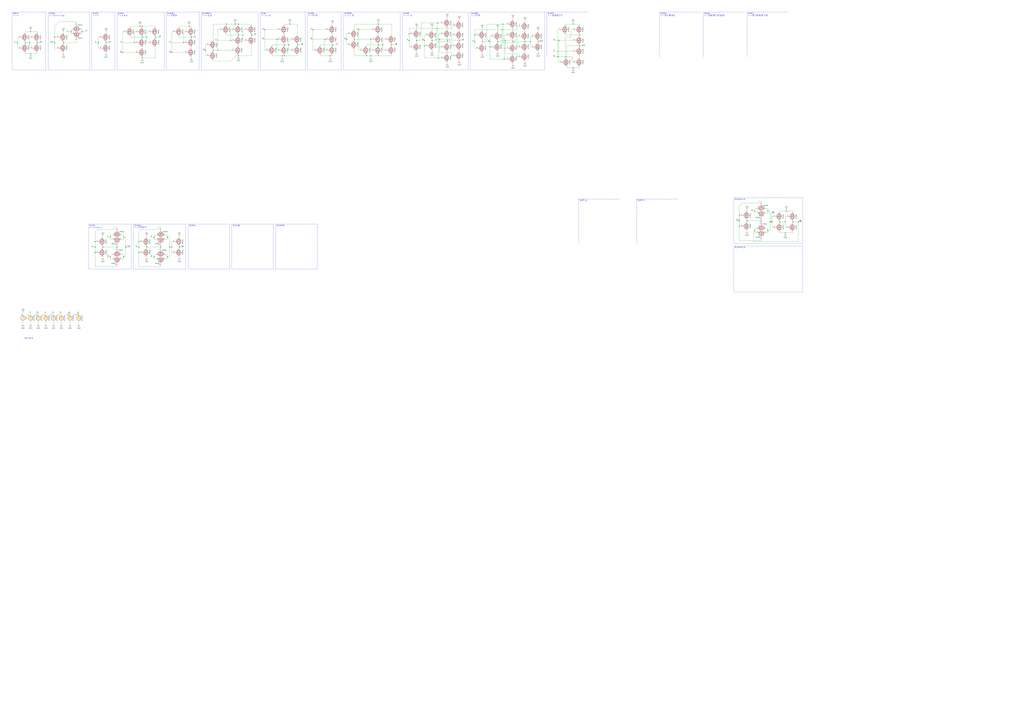
<source format=kicad_sch>
(kicad_sch (version 20230121) (generator eeschema)
  (paper "A0")
  (junction (at 439.42 64.77))
  (junction (at 194.31 275.59))
  (junction (at 128.27 275.59))
  (junction (at 492.76 53.34))
  (junction (at 170.18 287.02))
  (junction (at 292.1 40.64))
  (junction (at 327.66 64.77))
  (junction (at 858.52 256.54))
  (junction (at 110.49 293.37))
  (junction (at 577.85 48.26))
  (junction (at 582.93 34.29))
  (junction (at 35.56 36.83))
  (junction (at 858.52 250.19))
  (junction (at 179.07 298.45))
  (junction (at 143.51 275.59))
  (junction (at 519.43 46.99))
  (junction (at 386.08 52.07))
  (junction (at 128.27 298.45))
  (junction (at 276.86 64.77))
  (junction (at 110.49 287.02))
  (junction (at 135.89 287.02))
  (junction (at 430.53 64.77))
  (junction (at 383.54 64.77))
  (junction (at 307.34 34.29))
  (junction (at 179.07 275.59))
  (junction (at 673.1 40.64))
  (junction (at 492.76 46.99))
  (junction (at 891.54 267.97))
  (junction (at 161.29 287.02))
  (junction (at 363.22 34.29))
  (junction (at 509.27 67.31))
  (junction (at 247.65 58.42))
  (junction (at 95.25 36.83))
  (junction (at 533.4 46.99))
  (junction (at 345.44 52.07))
  (junction (at 330.2 52.07))
  (junction (at 20.32 49.53))
  (junction (at 377.19 45.72))
  (junction (at 665.48 27.94))
  (junction (at 895.35 257.81))
  (junction (at 551.18 40.64))
  (junction (at 219.71 30.48))
  (junction (at 416.56 34.29))
  (junction (at 508 26.67))
  (junction (at 165.1 67.31))
  (junction (at 63.5 49.53))
  (junction (at 34.29 49.53))
  (junction (at 330.2 64.77))
  (junction (at 402.59 45.72))
  (junction (at 43.18 49.53))
  (junction (at 194.31 298.45))
  (junction (at 165.1 43.18))
  (junction (at 336.55 27.94))
  (junction (at 624.84 48.26))
  (junction (at 430.53 45.72))
  (junction (at 595.63 48.26))
  (junction (at 267.97 46.99))
  (junction (at 858.52 262.89))
  (junction (at 584.2 27.94))
  (junction (at 180.34 43.18))
  (junction (at 444.5 52.07))
  (junction (at 143.51 298.45))
  (junction (at 335.28 52.07))
  (junction (at 920.75 257.81))
  (junction (at 586.74 46.99))
  (junction (at 73.66 49.53))
  (junction (at 439.42 52.07))
  (junction (at 156.21 49.53))
  (junction (at 213.36 49.53))
  (junction (at 454.66 52.07))
  (junction (at 119.38 287.02))
  (junction (at 123.19 49.53))
  (junction (at 927.1 257.81))
  (junction (at 199.39 287.02))
  (junction (at 506.73 33.02))
  (junction (at 146.05 287.02))
  (junction (at 585.47 68.58))
  (junction (at 876.3 245.11))
  (junction (at 867.41 256.54))
  (junction (at 647.7 66.04))
  (junction (at 142.24 60.96))
  (junction (at 425.45 64.77))
  (junction (at 911.86 257.81))
  (junction (at 276.86 27.94))
  (junction (at 648.97 46.99))
  (junction (at 411.48 45.72))
  (junction (at 276.86 40.64))
  (junction (at 911.86 270.51))
  (junction (at 474.98 46.99))
  (junction (at 161.29 293.37))
  (junction (at 208.28 287.02))
  (junction (at 673.1 53.34))
  (junction (at 273.05 27.94))
  (junction (at 568.96 48.26))
  (junction (at 238.76 58.42))
  (junction (at 170.18 43.18))
  (junction (at 510.54 45.72))
  (junction (at 196.85 287.02))
  (junction (at 560.07 48.26))
  (junction (at 262.89 27.94))
  (junction (at 114.3 49.53))
  (junction (at 252.73 58.42))
  (junction (at 82.55 36.83))
  (junction (at 29.21 49.53))
  (junction (at 665.48 78.74))
  (junction (at 110.49 280.67))
  (junction (at 501.65 46.99))
  (junction (at 222.25 43.18))
  (junction (at 913.13 245.11))
  (junction (at 321.31 45.72))
  (junction (at 474.98 39.37))
  (junction (at 905.51 257.81))
  (junction (at 439.42 27.94))
  (junction (at 894.08 257.81))
  (junction (at 609.6 48.26))
  (junction (at 551.18 48.26))
  (junction (at 161.29 280.67))
  (junction (at 615.95 48.26))
  (junction (at 883.92 256.54))
  (junction (at 186.69 287.02))
  (junction (at 35.56 62.23))
  (junction (at 162.56 30.48))
  (junction (at 891.54 245.11))
  (junction (at 483.87 46.99))
  (junction (at 165.1 30.48))
  (junction (at 896.62 257.81))
  (junction (at 63.5 43.18))
  (junction (at 876.3 267.97))
  (junction (at 281.94 40.64))
  (junction (at 199.39 60.96))
  (junction (at 656.59 66.04))
  (junction (at 568.96 54.61))
  (wire (pts (xy 208.28 285.75) (xy 208.28 287.02)))
  (wire (pts (xy 222.25 30.48) (xy 222.25 31.75)))
  (wire (pts (xy 894.08 245.11) (xy 894.08 257.81)))
  (wire (pts (xy 304.8 34.29) (xy 307.34 34.29)))
  (wire (pts (xy 416.56 58.42) (xy 417.83 58.42)))
  (wire (pts (xy 247.65 58.42) (xy 252.73 58.42)))
  (wire (pts (xy 519.43 31.75) (xy 519.43 34.29)))
  (wire (pts (xy 927.1 257.81) (xy 927.1 280.67)))
  (wire (pts (xy 222.25 66.04) (xy 222.25 67.31)))
  (wire (pts (xy 876.3 270.51) (xy 878.84 270.51)))
  (polyline (pts (xy 106.68 13.97) (xy 133.35 13.97)) (stroke (width 0) (type dash)))
  (wire (pts (xy 439.42 27.94) (xy 439.42 29.21)))
  (wire (pts (xy 510.54 45.72) (xy 524.51 45.72)))
  (wire (pts (xy 63.5 43.18) (xy 63.5 49.53)))
  (wire (pts (xy 525.78 53.34) (xy 524.51 53.34)))
  (wire (pts (xy 165.1 67.31) (xy 180.34 67.31)))
  (wire (pts (xy 648.97 72.39) (xy 650.24 72.39)))
  (wire (pts (xy 179.07 298.45) (xy 179.07 300.99)))
  (wire (pts (xy 180.34 54.61) (xy 180.34 67.31)))
  (wire (pts (xy 165.1 30.48) (xy 165.1 31.75)))
  (wire (pts (xy 615.95 54.61) (xy 617.22 54.61)))
  (wire (pts (xy 920.75 269.24) (xy 920.75 270.51)))
  (polyline (pts (xy 852.17 285.75) (xy 852.17 339.09)) (stroke (width 0) (type dash)))
  (polyline (pts (xy 356.87 13.97) (xy 356.87 81.28)) (stroke (width 0) (type dash)))
  (wire (pts (xy 262.89 39.37) (xy 262.89 40.64)))
  (wire (pts (xy 582.93 55.88) (xy 588.01 55.88)))
  (wire (pts (xy 665.48 78.74) (xy 673.1 78.74)))
  (wire (pts (xy 642.62 46.99) (xy 648.97 46.99)))
  (wire (pts (xy 262.89 27.94) (xy 273.05 27.94)))
  (wire (pts (xy 26.67 363.22) (xy 26.67 364.49)))
  (wire (pts (xy 519.43 72.39) (xy 519.43 73.66)))
  (wire (pts (xy 533.4 46.99) (xy 538.48 46.99)))
  (wire (pts (xy 171.45 36.83) (xy 172.72 36.83)))
  (wire (pts (xy 878.84 236.22) (xy 881.38 233.68)))
  (wire (pts (xy 858.52 238.76) (xy 861.06 236.22)))
  (wire (pts (xy 411.48 57.15) (xy 411.48 64.77)))
  (wire (pts (xy 876.3 247.65) (xy 878.84 247.65)))
  (wire (pts (xy 492.76 53.34) (xy 492.76 67.31)))
  (polyline (pts (xy 524.51 13.97) (xy 543.56 13.97)) (stroke (width 0) (type dash)))
  (wire (pts (xy 859.79 250.19) (xy 858.52 250.19)))
  (wire (pts (xy 143.51 298.45) (xy 143.51 300.99)))
  (wire (pts (xy 581.66 46.99) (xy 581.66 48.26)))
  (wire (pts (xy 73.66 48.26) (xy 73.66 49.53)))
  (polyline (pts (xy 233.68 13.97) (xy 299.72 13.97)) (stroke (width 0) (type dash)))
  (wire (pts (xy 44.45 374.65) (xy 44.45 377.19)))
  (wire (pts (xy 560.07 33.02) (xy 560.07 35.56)))
  (wire (pts (xy 58.42 49.53) (xy 63.5 49.53)))
  (wire (pts (xy 508 48.26) (xy 524.51 48.26)))
  (wire (pts (xy 483.87 46.99) (xy 487.68 46.99)))
  (wire (pts (xy 62.23 374.65) (xy 62.23 377.19)))
  (wire (pts (xy 336.55 58.42) (xy 337.82 58.42)))
  (polyline (pts (xy 467.36 13.97) (xy 524.51 13.97)) (stroke (width 0) (type dash)))
  (wire (pts (xy 505.46 45.72) (xy 510.54 45.72)))
  (polyline (pts (xy 546.1 81.28) (xy 632.46 81.28)) (stroke (width 0) (type dash)))
  (wire (pts (xy 276.86 27.94) (xy 292.1 27.94)))
  (polyline (pts (xy 104.14 81.28) (xy 55.88 81.28)) (stroke (width 0) (type dash)))
  (wire (pts (xy 151.13 43.18) (xy 165.1 43.18)))
  (wire (pts (xy 425.45 63.5) (xy 425.45 64.77)))
  (wire (pts (xy 891.54 267.97) (xy 891.54 270.51)))
  (wire (pts (xy 110.49 269.24) (xy 113.03 266.7)))
  (wire (pts (xy 858.52 250.19) (xy 858.52 256.54)))
  (wire (pts (xy 551.18 34.29) (xy 582.93 34.29)))
  (wire (pts (xy 199.39 36.83) (xy 199.39 60.96)))
  (wire (pts (xy 673.1 77.47) (xy 673.1 78.74)))
  (wire (pts (xy 883.92 278.13) (xy 883.92 279.4)))
  (polyline (pts (xy 396.24 81.28) (xy 356.87 81.28)) (stroke (width 0) (type dash)))
  (wire (pts (xy 43.18 36.83) (xy 43.18 38.1)))
  (wire (pts (xy 647.7 34.29) (xy 648.97 34.29)))
  (wire (pts (xy 20.32 49.53) (xy 20.32 55.88)))
  (wire (pts (xy 63.5 30.48) (xy 68.58 25.4)))
  (wire (pts (xy 247.65 27.94) (xy 262.89 27.94)))
  (wire (pts (xy 170.18 38.1) (xy 171.45 36.83)))
  (wire (pts (xy 276.86 52.07) (xy 276.86 53.34)))
  (polyline (pts (xy 135.89 13.97) (xy 190.5 13.97)) (stroke (width 0) (type dash)))
  (wire (pts (xy 194.31 275.59) (xy 196.85 275.59)))
  (wire (pts (xy 615.95 41.91) (xy 617.22 41.91)))
  (polyline (pts (xy 231.14 13.97) (xy 231.14 81.28)) (stroke (width 0) (type dash)))
  (polyline (pts (xy 467.36 13.97) (xy 467.36 66.04)) (stroke (width 0) (type dash)))
  (wire (pts (xy 124.46 298.45) (xy 128.27 298.45)))
  (wire (pts (xy 82.55 34.29) (xy 83.82 34.29)))
  (wire (pts (xy 283.21 34.29) (xy 284.48 34.29)))
  (polyline (pts (xy 233.68 13.97) (xy 233.68 81.28)) (stroke (width 0) (type dash)))
  (wire (pts (xy 34.29 49.53) (xy 34.29 55.88)))
  (polyline (pts (xy 632.46 13.97) (xy 632.46 81.28)) (stroke (width 0) (type dash)))
  (wire (pts (xy 199.39 36.83) (xy 200.66 36.83)))
  (wire (pts (xy 372.11 64.77) (xy 383.54 64.77)))
  (wire (pts (xy 582.93 34.29) (xy 600.71 34.29)))
  (wire (pts (xy 20.32 55.88) (xy 21.59 55.88)))
  (wire (pts (xy 330.2 64.77) (xy 345.44 64.77)))
  (wire (pts (xy 161.29 293.37) (xy 162.56 293.37)))
  (wire (pts (xy 377.19 45.72) (xy 378.46 45.72)))
  (wire (pts (xy 81.28 361.95) (xy 81.28 364.49)))
  (wire (pts (xy 139.7 49.53) (xy 156.21 49.53)))
  (wire (pts (xy 170.18 287.02) (xy 186.69 287.02)))
  (wire (pts (xy 411.48 45.72) (xy 411.48 46.99)))
  (wire (pts (xy 247.65 71.12) (xy 267.97 71.12)))
  (wire (pts (xy 161.29 280.67) (xy 161.29 287.02)))
  (wire (pts (xy 267.97 34.29) (xy 269.24 34.29)))
  (wire (pts (xy 386.08 52.07) (xy 386.08 53.34)))
  (wire (pts (xy 656.59 43.18) (xy 662.94 43.18)))
  (wire (pts (xy 913.13 245.11) (xy 920.75 245.11)))
  (wire (pts (xy 601.98 41.91) (xy 600.71 41.91)))
  (wire (pts (xy 920.75 245.11) (xy 920.75 246.38)))
  (wire (pts (xy 71.12 374.65) (xy 71.12 377.19)))
  (wire (pts (xy 316.23 64.77) (xy 327.66 64.77)))
  (wire (pts (xy 876.3 265.43) (xy 876.3 267.97)))
  (wire (pts (xy 186.69 308.61) (xy 186.69 309.88)))
  (wire (pts (xy 179.07 273.05) (xy 181.61 273.05)))
  (wire (pts (xy 402.59 52.07) (xy 403.86 52.07)))
  (wire (pts (xy 151.13 30.48) (xy 162.56 30.48)))
  (wire (pts (xy 307.34 58.42) (xy 308.61 58.42)))
  (wire (pts (xy 445.77 58.42) (xy 447.04 58.42)))
  (wire (pts (xy 191.77 300.99) (xy 194.31 300.99)))
  (wire (pts (xy 143.51 275.59) (xy 146.05 275.59)))
  (wire (pts (xy 492.76 53.34) (xy 494.03 53.34)))
  (wire (pts (xy 858.52 262.89) (xy 858.52 279.4)))
  (wire (pts (xy 247.65 69.85) (xy 247.65 71.12)))
  (wire (pts (xy 642.62 59.69) (xy 665.48 59.69)))
  (wire (pts (xy 43.18 48.26) (xy 43.18 49.53)))
  (wire (pts (xy 444.5 46.99) (xy 444.5 52.07)))
  (wire (pts (xy 896.62 264.16) (xy 897.89 264.16)))
  (polyline (pts (xy 671.83 231.14) (xy 720.09 231.14)) (stroke (width 0) (type dash)))
  (wire (pts (xy 327.66 64.77) (xy 330.2 64.77)))
  (wire (pts (xy 71.12 361.95) (xy 71.12 364.49)))
  (wire (pts (xy 584.2 27.94) (xy 584.2 49.53)))
  (wire (pts (xy 186.69 285.75) (xy 186.69 287.02)))
  (wire (pts (xy 63.5 43.18) (xy 66.04 43.18)))
  (wire (pts (xy 889 247.65) (xy 891.54 247.65)))
  (polyline (pts (xy 133.35 13.97) (xy 133.35 81.28)) (stroke (width 0) (type dash)))
  (wire (pts (xy 372.11 52.07) (xy 372.11 53.34)))
  (wire (pts (xy 360.68 45.72) (xy 377.19 45.72)))
  (wire (pts (xy 891.54 267.97) (xy 894.08 267.97)))
  (wire (pts (xy 73.66 49.53) (xy 88.9 49.53)))
  (wire (pts (xy 905.51 256.54) (xy 905.51 257.81)))
  (wire (pts (xy 483.87 59.69) (xy 483.87 60.96)))
  (polyline (pts (xy 543.56 13.97) (xy 543.56 29.21)) (stroke (width 0) (type dash)))
  (wire (pts (xy 119.38 298.45) (xy 119.38 299.72)))
  (wire (pts (xy 891.54 245.11) (xy 894.08 245.11)))
  (wire (pts (xy 140.97 300.99) (xy 143.51 300.99)))
  (wire (pts (xy 29.21 49.53) (xy 34.29 49.53)))
  (wire (pts (xy 110.49 293.37) (xy 110.49 309.88)))
  (wire (pts (xy 130.81 266.7) (xy 133.35 264.16)))
  (wire (pts (xy 386.08 63.5) (xy 386.08 64.77)))
  (wire (pts (xy 170.18 285.75) (xy 170.18 287.02)))
  (wire (pts (xy 595.63 21.59) (xy 595.63 22.86)))
  (wire (pts (xy 238.76 58.42) (xy 238.76 64.77)))
  (wire (pts (xy 656.59 66.04) (xy 664.21 66.04)))
  (wire (pts (xy 179.07 295.91) (xy 179.07 298.45)))
  (wire (pts (xy 276.86 40.64) (xy 276.86 41.91)))
  (wire (pts (xy 179.07 295.91) (xy 181.61 295.91)))
  (wire (pts (xy 615.95 41.91) (xy 615.95 48.26)))
  (wire (pts (xy 156.21 49.53) (xy 157.48 49.53)))
  (wire (pts (xy 165.1 43.18) (xy 165.1 44.45)))
  (wire (pts (xy 411.48 45.72) (xy 430.53 45.72)))
  (wire (pts (xy 88.9 46.99) (xy 88.9 49.53)))
  (wire (pts (xy 444.5 46.99) (xy 445.77 45.72)))
  (wire (pts (xy 208.28 298.45) (xy 208.28 299.72)))
  (wire (pts (xy 363.22 34.29) (xy 363.22 58.42)))
  (wire (pts (xy 905.51 257.81) (xy 911.86 257.81)))
  (wire (pts (xy 208.28 274.32) (xy 208.28 275.59)))
  (wire (pts (xy 867.41 243.84) (xy 867.41 245.11)))
  (wire (pts (xy 247.65 57.15) (xy 247.65 58.42)))
  (wire (pts (xy 222.25 41.91) (xy 222.25 43.18)))
  (wire (pts (xy 161.29 269.24) (xy 161.29 280.67)))
  (wire (pts (xy 883.92 256.54) (xy 883.92 257.81)))
  (wire (pts (xy 411.48 27.94) (xy 411.48 34.29)))
  (polyline (pts (xy 396.24 13.97) (xy 396.24 81.28)) (stroke (width 0) (type dash)))
  (wire (pts (xy 474.98 39.37) (xy 474.98 46.99)))
  (wire (pts (xy 488.95 45.72) (xy 488.95 26.67)))
  (wire (pts (xy 439.42 64.77) (xy 454.66 64.77)))
  (wire (pts (xy 179.07 275.59) (xy 179.07 278.13)))
  (wire (pts (xy 180.34 30.48) (xy 180.34 31.75)))
  (wire (pts (xy 34.29 43.18) (xy 35.56 43.18)))
  (wire (pts (xy 162.56 30.48) (xy 165.1 30.48)))
  (wire (pts (xy 335.28 46.99) (xy 336.55 45.72)))
  (wire (pts (xy 525.78 64.77) (xy 524.51 64.77)))
  (wire (pts (xy 519.43 46.99) (xy 533.4 46.99)))
  (wire (pts (xy 281.94 35.56) (xy 283.21 34.29)))
  (wire (pts (xy 425.45 64.77) (xy 430.53 64.77)))
  (wire (pts (xy 474.98 39.37) (xy 476.25 39.37)))
  (wire (pts (xy 170.18 38.1) (xy 170.18 43.18)))
  (wire (pts (xy 648.97 46.99) (xy 665.48 46.99)))
  (wire (pts (xy 894.08 257.81) (xy 895.35 257.81)))
  (wire (pts (xy 894.08 257.81) (xy 894.08 267.97)))
  (polyline (pts (xy 215.9 312.42) (xy 154.94 312.42)) (stroke (width 0) (type dash)))
  (wire (pts (xy 123.19 48.26) (xy 123.19 49.53)))
  (wire (pts (xy 363.22 58.42) (xy 364.49 58.42)))
  (wire (pts (xy 307.34 34.29) (xy 322.58 34.29)))
  (wire (pts (xy 662.94 34.29) (xy 665.48 34.29)))
  (polyline (pts (xy 266.7 312.42) (xy 218.44 312.42)) (stroke (width 0) (type dash)))
  (wire (pts (xy 454.66 50.8) (xy 454.66 52.07)))
  (wire (pts (xy 505.46 45.72) (xy 505.46 46.99)))
  (wire (pts (xy 213.36 36.83) (xy 214.63 36.83)))
  (wire (pts (xy 110.49 287.02) (xy 110.49 293.37)))
  (wire (pts (xy 560.07 45.72) (xy 560.07 48.26)))
  (wire (pts (xy 208.28 287.02) (xy 208.28 288.29)))
  (wire (pts (xy 920.75 257.81) (xy 927.1 257.81)))
  (wire (pts (xy 95.25 36.83) (xy 95.25 39.37)))
  (wire (pts (xy 219.71 30.48) (xy 222.25 30.48)))
  (wire (pts (xy 194.31 275.59) (xy 194.31 278.13)))
  (wire (pts (xy 876.3 265.43) (xy 878.84 265.43)))
  (polyline (pts (xy 368.3 260.35) (xy 368.3 312.42)) (stroke (width 0) (type dash)))
  (wire (pts (xy 911.86 270.51) (xy 911.86 271.78)))
  (wire (pts (xy 143.51 273.05) (xy 143.51 275.59)))
  (polyline (pts (xy 135.89 13.97) (xy 135.89 81.28)) (stroke (width 0) (type dash)))
  (wire (pts (xy 35.56 35.56) (xy 35.56 36.83)))
  (wire (pts (xy 29.21 49.53) (xy 29.21 50.8)))
  (wire (pts (xy 563.88 48.26) (xy 565.15 46.99)))
  (wire (pts (xy 454.66 52.07) (xy 454.66 53.34)))
  (wire (pts (xy 425.45 52.07) (xy 425.45 53.34)))
  (wire (pts (xy 905.51 270.51) (xy 905.51 269.24)))
  (wire (pts (xy 93.98 34.29) (xy 95.25 34.29)))
  (wire (pts (xy 568.96 48.26) (xy 568.96 54.61)))
  (wire (pts (xy 506.73 54.61) (xy 511.81 54.61)))
  (wire (pts (xy 551.18 34.29) (xy 551.18 40.64)))
  (wire (pts (xy 252.73 34.29) (xy 252.73 58.42)))
  (polyline (pts (xy 218.44 260.35) (xy 266.7 260.35)) (stroke (width 0) (type dash)))
  (wire (pts (xy 656.59 40.64) (xy 673.1 40.64)))
  (polyline (pts (xy 867.41 13.97) (xy 867.41 66.04)) (stroke (width 0) (type dash)))
  (wire (pts (xy 180.34 43.18) (xy 186.69 43.18)))
  (wire (pts (xy 568.96 54.61) (xy 568.96 68.58)))
  (wire (pts (xy 586.74 46.99) (xy 586.74 62.23)))
  (wire (pts (xy 165.1 30.48) (xy 180.34 30.48)))
  (wire (pts (xy 238.76 52.07) (xy 240.03 52.07)))
  (wire (pts (xy 165.1 66.04) (xy 165.1 67.31)))
  (wire (pts (xy 330.2 52.07) (xy 335.28 52.07)))
  (polyline (pts (xy 816.61 13.97) (xy 816.61 66.04)) (stroke (width 0) (type dash)))
  (wire (pts (xy 386.08 50.8) (xy 386.08 52.07)))
  (wire (pts (xy 175.26 298.45) (xy 179.07 298.45)))
  (polyline (pts (xy 154.94 260.35) (xy 215.9 260.35)) (stroke (width 0) (type dash)))
  (wire (pts (xy 508 26.67) (xy 511.81 26.67)))
  (wire (pts (xy 577.85 48.26) (xy 577.85 49.53)))
  (wire (pts (xy 327.66 64.77) (xy 327.66 67.31)))
  (wire (pts (xy 128.27 275.59) (xy 128.27 278.13)))
  (polyline (pts (xy 852.17 229.87) (xy 932.18 229.87)) (stroke (width 0) (type dash)))
  (wire (pts (xy 156.21 36.83) (xy 156.21 49.53)))
  (wire (pts (xy 585.47 40.64) (xy 588.01 40.64)))
  (wire (pts (xy 110.49 49.53) (xy 114.3 49.53)))
  (wire (pts (xy 283.21 46.99) (xy 284.48 46.99)))
  (wire (pts (xy 163.83 266.7) (xy 181.61 266.7)))
  (wire (pts (xy 454.66 52.07) (xy 461.01 52.07)))
  (wire (pts (xy 920.75 257.81) (xy 920.75 259.08)))
  (wire (pts (xy 208.28 30.48) (xy 208.28 31.75)))
  (wire (pts (xy 35.56 62.23) (xy 43.18 62.23)))
  (wire (pts (xy 560.07 48.26) (xy 560.07 50.8)))
  (wire (pts (xy 44.45 361.95) (xy 44.45 364.49)))
  (wire (pts (xy 184.15 264.16) (xy 186.69 264.16)))
  (wire (pts (xy 416.56 34.29) (xy 431.8 34.29)))
  (wire (pts (xy 35.56 62.23) (xy 29.21 62.23)))
  (wire (pts (xy 656.59 27.94) (xy 665.48 27.94)))
  (wire (pts (xy 533.4 34.29) (xy 533.4 35.56)))
  (wire (pts (xy 665.48 27.94) (xy 673.1 27.94)))
  (wire (pts (xy 551.18 40.64) (xy 552.45 40.64)))
  (wire (pts (xy 560.07 48.26) (xy 563.88 48.26)))
  (wire (pts (xy 34.29 43.18) (xy 34.29 49.53)))
  (wire (pts (xy 673.1 27.94) (xy 673.1 29.21)))
  (wire (pts (xy 524.51 40.64) (xy 524.51 45.72)))
  (wire (pts (xy 292.1 39.37) (xy 292.1 40.64)))
  (polyline (pts (xy 467.36 81.28) (xy 486.41 81.28)) (stroke (width 0) (type dash)))
  (wire (pts (xy 600.71 30.48) (xy 600.71 34.29)))
  (wire (pts (xy 568.96 68.58) (xy 585.47 68.58)))
  (wire (pts (xy 533.4 69.85) (xy 533.4 71.12)))
  (wire (pts (xy 609.6 46.99) (xy 609.6 48.26)))
  (wire (pts (xy 180.34 43.18) (xy 180.34 44.45)))
  (wire (pts (xy 128.27 300.99) (xy 130.81 300.99)))
  (polyline (pts (xy 13.97 13.97) (xy 53.34 13.97)) (stroke (width 0) (type dash)))
  (wire (pts (xy 180.34 41.91) (xy 180.34 43.18)))
  (wire (pts (xy 170.18 43.18) (xy 170.18 48.26)))
  (wire (pts (xy 175.26 275.59) (xy 179.07 275.59)))
  (wire (pts (xy 307.34 34.29) (xy 307.34 58.42)))
  (wire (pts (xy 345.44 50.8) (xy 345.44 52.07)))
  (polyline (pts (xy 635 13.97) (xy 683.26 13.97)) (stroke (width 0) (type dash)))
  (wire (pts (xy 905.51 257.81) (xy 905.51 259.08)))
  (wire (pts (xy 73.66 36.83) (xy 73.66 38.1)))
  (wire (pts (xy 439.42 63.5) (xy 439.42 64.77)))
  (wire (pts (xy 63.5 49.53) (xy 63.5 55.88)))
  (wire (pts (xy 911.86 251.46) (xy 913.13 251.46)))
  (wire (pts (xy 854.71 256.54) (xy 858.52 256.54)))
  (wire (pts (xy 360.68 34.29) (xy 363.22 34.29)))
  (wire (pts (xy 585.47 40.64) (xy 585.47 68.58)))
  (wire (pts (xy 472.44 46.99) (xy 474.98 46.99)))
  (wire (pts (xy 276.86 64.77) (xy 292.1 64.77)))
  (wire (pts (xy 858.52 256.54) (xy 858.52 262.89)))
  (wire (pts (xy 624.84 48.26) (xy 624.84 49.53)))
  (polyline (pts (xy 671.83 231.14) (xy 671.83 283.21)) (stroke (width 0) (type dash)))
  (wire (pts (xy 274.32 64.77) (xy 276.86 64.77)))
  (wire (pts (xy 510.54 45.72) (xy 510.54 60.96)))
  (wire (pts (xy 586.74 62.23) (xy 600.71 62.23)))
  (wire (pts (xy 600.71 49.53) (xy 600.71 54.61)))
  (wire (pts (xy 16.51 49.53) (xy 20.32 49.53)))
  (polyline (pts (xy 867.41 13.97) (xy 915.67 13.97)) (stroke (width 0) (type dash)))
  (wire (pts (xy 191.77 278.13) (xy 194.31 278.13)))
  (wire (pts (xy 199.39 280.67) (xy 200.66 280.67)))
  (wire (pts (xy 501.65 46.99) (xy 505.46 46.99)))
  (wire (pts (xy 165.1 41.91) (xy 165.1 43.18)))
  (wire (pts (xy 128.27 295.91) (xy 128.27 298.45)))
  (wire (pts (xy 330.2 63.5) (xy 330.2 64.77)))
  (wire (pts (xy 876.3 267.97) (xy 876.3 270.51)))
  (wire (pts (xy 95.25 34.29) (xy 95.25 36.83)))
  (wire (pts (xy 143.51 298.45) (xy 146.05 298.45)))
  (wire (pts (xy 128.27 273.05) (xy 128.27 275.59)))
  (wire (pts (xy 62.23 361.95) (xy 62.23 364.49)))
  (polyline (pts (xy 152.4 312.42) (xy 102.87 312.42)) (stroke (width 0) (type dash)))
  (wire (pts (xy 665.48 78.74) (xy 665.48 80.01)))
  (wire (pts (xy 609.6 48.26) (xy 609.6 49.53)))
  (wire (pts (xy 292.1 40.64) (xy 297.18 40.64)))
  (polyline (pts (xy 266.7 260.35) (xy 266.7 312.42)) (stroke (width 0) (type dash)))
  (wire (pts (xy 483.87 44.45) (xy 483.87 46.99)))
  (wire (pts (xy 335.28 57.15) (xy 336.55 58.42)))
  (wire (pts (xy 213.36 49.53) (xy 214.63 49.53)))
  (wire (pts (xy 336.55 27.94) (xy 345.44 27.94)))
  (wire (pts (xy 93.98 39.37) (xy 95.25 39.37)))
  (wire (pts (xy 584.2 49.53) (xy 600.71 49.53)))
  (wire (pts (xy 170.18 298.45) (xy 170.18 299.72)))
  (wire (pts (xy 133.35 264.16) (xy 135.89 264.16)))
  (wire (pts (xy 876.3 242.57) (xy 878.84 242.57)))
  (wire (pts (xy 194.31 273.05) (xy 194.31 275.59)))
  (wire (pts (xy 262.89 27.94) (xy 262.89 29.21)))
  (wire (pts (xy 191.77 295.91) (xy 194.31 295.91)))
  (wire (pts (xy 386.08 39.37) (xy 386.08 40.64)))
  (wire (pts (xy 316.23 52.07) (xy 316.23 53.34)))
  (wire (pts (xy 483.87 46.99) (xy 483.87 49.53)))
  (wire (pts (xy 891.54 242.57) (xy 891.54 245.11)))
  (wire (pts (xy 124.46 275.59) (xy 128.27 275.59)))
  (wire (pts (xy 316.23 63.5) (xy 316.23 64.77)))
  (wire (pts (xy 208.28 41.91) (xy 208.28 43.18)))
  (wire (pts (xy 316.23 52.07) (xy 330.2 52.07)))
  (wire (pts (xy 657.86 53.34) (xy 657.86 67.31)))
  (wire (pts (xy 128.27 278.13) (xy 130.81 278.13)))
  (wire (pts (xy 584.2 27.94) (xy 588.01 27.94)))
  (wire (pts (xy 161.29 269.24) (xy 163.83 266.7)))
  (wire (pts (xy 292.1 64.77) (xy 292.1 52.07)))
  (wire (pts (xy 416.56 34.29) (xy 416.56 58.42)))
  (wire (pts (xy 647.7 34.29) (xy 647.7 66.04)))
  (wire (pts (xy 411.48 27.94) (xy 439.42 27.94)))
  (wire (pts (xy 386.08 27.94) (xy 386.08 29.21)))
  (wire (pts (xy 236.22 58.42) (xy 238.76 58.42)))
  (wire (pts (xy 330.2 27.94) (xy 330.2 29.21)))
  (wire (pts (xy 383.54 64.77) (xy 386.08 64.77)))
  (wire (pts (xy 624.84 46.99) (xy 624.84 48.26)))
  (polyline (pts (xy 55.88 13.97) (xy 55.88 81.28)) (stroke (width 0) (type dash)))
  (wire (pts (xy 609.6 71.12) (xy 609.6 72.39)))
  (wire (pts (xy 345.44 27.94) (xy 345.44 40.64)))
  (wire (pts (xy 642.62 66.04) (xy 647.7 66.04)))
  (wire (pts (xy 501.65 31.75) (xy 501.65 35.56)))
  (wire (pts (xy 219.71 29.21) (xy 219.71 30.48)))
  (wire (pts (xy 560.07 60.96) (xy 560.07 62.23)))
  (wire (pts (xy 114.3 55.88) (xy 115.57 55.88)))
  (wire (pts (xy 191.77 273.05) (xy 194.31 273.05)))
  (wire (pts (xy 113.03 266.7) (xy 130.81 266.7)))
  (wire (pts (xy 267.97 46.99) (xy 269.24 46.99)))
  (wire (pts (xy 927.1 257.81) (xy 930.91 257.81)))
  (wire (pts (xy 533.4 58.42) (xy 533.4 59.69)))
  (wire (pts (xy 506.73 33.02) (xy 524.51 33.02)))
  (wire (pts (xy 411.48 44.45) (xy 411.48 45.72)))
  (wire (pts (xy 321.31 45.72) (xy 322.58 45.72)))
  (wire (pts (xy 533.4 45.72) (xy 533.4 46.99)))
  (wire (pts (xy 77.47 36.83) (xy 82.55 36.83)))
  (wire (pts (xy 162.56 280.67) (xy 161.29 280.67)))
  (wire (pts (xy 895.35 257.81) (xy 896.62 257.81)))
  (wire (pts (xy 673.1 52.07) (xy 673.1 53.34)))
  (wire (pts (xy 161.29 309.88) (xy 186.69 309.88)))
  (wire (pts (xy 656.59 27.94) (xy 656.59 29.21)))
  (wire (pts (xy 615.95 48.26) (xy 615.95 54.61)))
  (wire (pts (xy 142.24 60.96) (xy 157.48 60.96)))
  (wire (pts (xy 911.86 251.46) (xy 911.86 257.81)))
  (wire (pts (xy 577.85 33.02) (xy 577.85 36.83)))
  (wire (pts (xy 142.24 36.83) (xy 143.51 36.83)))
  (wire (pts (xy 179.07 300.99) (xy 181.61 300.99)))
  (wire (pts (xy 135.89 264.16) (xy 135.89 265.43)))
  (wire (pts (xy 492.76 46.99) (xy 492.76 53.34)))
  (wire (pts (xy 146.05 275.59) (xy 146.05 287.02)))
  (wire (pts (xy 896.62 251.46) (xy 897.89 251.46)))
  (wire (pts (xy 891.54 265.43) (xy 891.54 267.97)))
  (wire (pts (xy 276.86 63.5) (xy 276.86 64.77)))
  (wire (pts (xy 119.38 287.02) (xy 135.89 287.02)))
  (polyline (pts (xy 765.81 13.97) (xy 765.81 66.04)) (stroke (width 0) (type dash)))
  (wire (pts (xy 647.7 66.04) (xy 656.59 66.04)))
  (wire (pts (xy 524.51 48.26) (xy 524.51 53.34)))
  (wire (pts (xy 657.86 78.74) (xy 665.48 78.74)))
  (wire (pts (xy 335.28 52.07) (xy 335.28 57.15)))
  (wire (pts (xy 506.73 33.02) (xy 506.73 54.61)))
  (wire (pts (xy 35.56 36.83) (xy 29.21 36.83)))
  (wire (pts (xy 128.27 273.05) (xy 130.81 273.05)))
  (wire (pts (xy 524.51 29.21) (xy 524.51 33.02)))
  (wire (pts (xy 896.62 251.46) (xy 896.62 257.81)))
  (wire (pts (xy 876.3 242.57) (xy 876.3 245.11)))
  (wire (pts (xy 905.51 245.11) (xy 905.51 246.38)))
  (wire (pts (xy 162.56 29.21) (xy 162.56 30.48)))
  (wire (pts (xy 123.19 36.83) (xy 123.19 38.1)))
  (wire (pts (xy 330.2 39.37) (xy 330.2 40.64)))
  (wire (pts (xy 565.15 27.94) (xy 584.2 27.94)))
  (polyline (pts (xy 398.78 13.97) (xy 464.82 13.97)) (stroke (width 0) (type dash)))
  (wire (pts (xy 252.73 58.42) (xy 269.24 58.42)))
  (wire (pts (xy 657.86 53.34) (xy 673.1 53.34)))
  (polyline (pts (xy 152.4 260.35) (xy 152.4 312.42)) (stroke (width 0) (type dash)))
  (wire (pts (xy 128.27 295.91) (xy 130.81 295.91)))
  (wire (pts (xy 582.93 34.29) (xy 582.93 55.88)))
  (wire (pts (xy 492.76 40.64) (xy 494.03 40.64)))
  (wire (pts (xy 29.21 36.83) (xy 29.21 38.1)))
  (wire (pts (xy 372.11 63.5) (xy 372.11 64.77)))
  (polyline (pts (xy 269.24 260.35) (xy 269.24 312.42)) (stroke (width 0) (type dash)))
  (wire (pts (xy 488.95 26.67) (xy 508 26.67)))
  (polyline (pts (xy 190.5 81.28) (xy 135.89 81.28)) (stroke (width 0) (type dash)))
  (wire (pts (xy 123.19 60.96) (xy 123.19 62.23)))
  (wire (pts (xy 386.08 52.07) (xy 392.43 52.07)))
  (wire (pts (xy 551.18 55.88) (xy 552.45 55.88)))
  (wire (pts (xy 335.28 46.99) (xy 335.28 52.07)))
  (polyline (pts (xy 55.88 13.97) (xy 104.14 13.97)) (stroke (width 0) (type dash)))
  (wire (pts (xy 490.22 46.99) (xy 492.76 46.99)))
  (wire (pts (xy 881.38 233.68) (xy 883.92 233.68)))
  (wire (pts (xy 281.94 40.64) (xy 281.94 45.72)))
  (wire (pts (xy 624.84 59.69) (xy 624.84 60.96)))
  (wire (pts (xy 525.78 29.21) (xy 524.51 29.21)))
  (polyline (pts (xy 320.04 260.35) (xy 368.3 260.35)) (stroke (width 0) (type dash)))
  (wire (pts (xy 454.66 63.5) (xy 454.66 64.77)))
  (polyline (pts (xy 133.35 81.28) (xy 106.68 81.28)) (stroke (width 0) (type dash)))
  (wire (pts (xy 566.42 48.26) (xy 568.96 48.26)))
  (wire (pts (xy 273.05 26.67) (xy 273.05 27.94)))
  (polyline (pts (xy 53.34 13.97) (xy 53.34 81.28)) (stroke (width 0) (type dash)))
  (wire (pts (xy 119.38 287.02) (xy 119.38 288.29)))
  (wire (pts (xy 858.52 262.89) (xy 859.79 262.89)))
  (wire (pts (xy 383.54 64.77) (xy 383.54 67.31)))
  (wire (pts (xy 662.94 34.29) (xy 662.94 43.18)))
  (wire (pts (xy 911.86 270.51) (xy 920.75 270.51)))
  (wire (pts (xy 63.5 55.88) (xy 66.04 55.88)))
  (wire (pts (xy 276.86 39.37) (xy 276.86 40.64)))
  (wire (pts (xy 673.1 40.64) (xy 673.1 41.91)))
  (polyline (pts (xy 102.87 260.35) (xy 102.87 312.42)) (stroke (width 0) (type dash)))
  (wire (pts (xy 656.59 39.37) (xy 656.59 40.64)))
  (wire (pts (xy 895.35 247.65) (xy 895.35 257.81)))
  (wire (pts (xy 411.48 64.77) (xy 425.45 64.77)))
  (wire (pts (xy 281.94 35.56) (xy 281.94 40.64)))
  (polyline (pts (xy 932.18 229.87) (xy 932.18 283.21)) (stroke (width 0) (type dash)))
  (wire (pts (xy 867.41 256.54) (xy 867.41 257.81)))
  (wire (pts (xy 34.29 55.88) (xy 35.56 55.88)))
  (wire (pts (xy 595.63 73.66) (xy 595.63 74.93)))
  (wire (pts (xy 213.36 36.83) (xy 213.36 49.53)))
  (wire (pts (xy 53.34 361.95) (xy 53.34 364.49)))
  (wire (pts (xy 601.98 54.61) (xy 600.71 54.61)))
  (polyline (pts (xy 464.82 13.97) (xy 464.82 81.28)) (stroke (width 0) (type dash)))
  (wire (pts (xy 26.67 374.65) (xy 26.67 377.19)))
  (polyline (pts (xy 932.18 339.09) (xy 852.17 339.09)) (stroke (width 0) (type dash)))
  (wire (pts (xy 474.98 46.99) (xy 474.98 54.61)))
  (wire (pts (xy 181.61 266.7) (xy 184.15 264.16)))
  (wire (pts (xy 304.8 45.72) (xy 321.31 45.72)))
  (wire (pts (xy 474.98 54.61) (xy 476.25 54.61)))
  (wire (pts (xy 673.1 53.34) (xy 679.45 53.34)))
  (wire (pts (xy 140.97 278.13) (xy 143.51 278.13)))
  (wire (pts (xy 454.66 27.94) (xy 454.66 40.64)))
  (wire (pts (xy 372.11 52.07) (xy 386.08 52.07)))
  (wire (pts (xy 568.96 41.91) (xy 568.96 48.26)))
  (wire (pts (xy 345.44 52.07) (xy 351.79 52.07)))
  (wire (pts (xy 336.55 26.67) (xy 336.55 27.94)))
  (wire (pts (xy 551.18 48.26) (xy 551.18 55.88)))
  (wire (pts (xy 273.05 27.94) (xy 276.86 27.94)))
  (wire (pts (xy 196.85 287.02) (xy 196.85 298.45)))
  (wire (pts (xy 911.86 257.81) (xy 911.86 264.16)))
  (wire (pts (xy 140.97 295.91) (xy 143.51 295.91)))
  (wire (pts (xy 194.31 298.45) (xy 194.31 300.99)))
  (wire (pts (xy 110.49 309.88) (xy 135.89 309.88)))
  (wire (pts (xy 577.85 46.99) (xy 577.85 48.26)))
  (wire (pts (xy 186.69 287.02) (xy 186.69 288.29)))
  (wire (pts (xy 336.55 45.72) (xy 337.82 45.72)))
  (wire (pts (xy 920.75 256.54) (xy 920.75 257.81)))
  (wire (pts (xy 35.56 36.83) (xy 43.18 36.83)))
  (wire (pts (xy 276.86 40.64) (xy 281.94 40.64)))
  (wire (pts (xy 664.21 72.39) (xy 665.48 72.39)))
  (wire (pts (xy 509.27 67.31) (xy 511.81 67.31)))
  (wire (pts (xy 156.21 36.83) (xy 157.48 36.83)))
  (polyline (pts (xy 190.5 13.97) (xy 190.5 81.28)) (stroke (width 0) (type dash)))
  (polyline (pts (xy 53.34 81.28) (xy 13.97 81.28)) (stroke (width 0) (type dash)))
  (wire (pts (xy 91.44 361.95) (xy 91.44 364.49)))
  (wire (pts (xy 63.5 43.18) (xy 63.5 30.48)))
  (wire (pts (xy 445.77 45.72) (xy 447.04 45.72)))
  (wire (pts (xy 601.98 30.48) (xy 600.71 30.48)))
  (wire (pts (xy 143.51 275.59) (xy 143.51 278.13)))
  (wire (pts (xy 29.21 62.23) (xy 29.21 60.96)))
  (polyline (pts (xy 302.26 13.97) (xy 302.26 81.28)) (stroke (width 0) (type dash)))
  (wire (pts (xy 135.89 287.02) (xy 135.89 288.29)))
  (wire (pts (xy 199.39 280.67) (xy 199.39 287.02)))
  (wire (pts (xy 330.2 52.07) (xy 330.2 53.34)))
  (polyline (pts (xy 317.5 260.35) (xy 317.5 312.42)) (stroke (width 0) (type dash)))
  (wire (pts (xy 267.97 71.12) (xy 274.32 64.77)))
  (wire (pts (xy 519.43 59.69) (xy 519.43 62.23)))
  (wire (pts (xy 565.15 46.99) (xy 565.15 27.94)))
  (wire (pts (xy 345.44 52.07) (xy 345.44 53.34)))
  (polyline (pts (xy 354.33 13.97) (xy 354.33 81.28)) (stroke (width 0) (type dash)))
  (polyline (pts (xy 464.82 81.28) (xy 398.78 81.28)) (stroke (width 0) (type dash)))
  (wire (pts (xy 895.35 247.65) (xy 899.16 247.65)))
  (wire (pts (xy 179.07 278.13) (xy 181.61 278.13)))
  (polyline (pts (xy 594.36 13.97) (xy 632.46 13.97)) (stroke (width 0) (type dash)))
  (wire (pts (xy 292.1 40.64) (xy 292.1 41.91)))
  (wire (pts (xy 402.59 39.37) (xy 402.59 45.72)))
  (wire (pts (xy 238.76 64.77) (xy 240.03 64.77)))
  (wire (pts (xy 146.05 287.02) (xy 151.13 287.02)))
  (wire (pts (xy 110.49 293.37) (xy 111.76 293.37)))
  (wire (pts (xy 151.13 30.48) (xy 151.13 31.75)))
  (wire (pts (xy 889 265.43) (xy 891.54 265.43)))
  (wire (pts (xy 35.56 62.23) (xy 35.56 63.5)))
  (wire (pts (xy 222.25 43.18) (xy 222.25 44.45)))
  (wire (pts (xy 196.85 49.53) (xy 213.36 49.53)))
  (wire (pts (xy 474.98 33.02) (xy 474.98 39.37)))
  (wire (pts (xy 577.85 59.69) (xy 577.85 60.96)))
  (wire (pts (xy 238.76 52.07) (xy 238.76 58.42)))
  (polyline (pts (xy 317.5 312.42) (xy 269.24 312.42)) (stroke (width 0) (type dash)))
  (wire (pts (xy 161.29 293.37) (xy 161.29 309.88)))
  (wire (pts (xy 609.6 59.69) (xy 609.6 60.96)))
  (polyline (pts (xy 13.97 13.97) (xy 13.97 81.28)) (stroke (width 0) (type dash)))
  (polyline (pts (xy 354.33 81.28) (xy 302.26 81.28)) (stroke (width 0) (type dash)))
  (wire (pts (xy 648.97 46.99) (xy 648.97 72.39)))
  (polyline (pts (xy 765.81 13.97) (xy 814.07 13.97)) (stroke (width 0) (type dash)))
  (wire (pts (xy 501.65 46.99) (xy 501.65 48.26)))
  (wire (pts (xy 867.41 267.97) (xy 867.41 269.24)))
  (wire (pts (xy 186.69 264.16) (xy 186.69 265.43)))
  (polyline (pts (xy 816.61 13.97) (xy 864.87 13.97)) (stroke (width 0) (type dash)))
  (wire (pts (xy 247.65 27.94) (xy 247.65 46.99)))
  (wire (pts (xy 43.18 62.23) (xy 43.18 60.96)))
  (polyline (pts (xy 635 13.97) (xy 635 66.04)) (stroke (width 0) (type dash)))
  (wire (pts (xy 157.48 287.02) (xy 161.29 287.02)))
  (wire (pts (xy 123.19 49.53) (xy 123.19 50.8)))
  (wire (pts (xy 501.65 58.42) (xy 501.65 59.69)))
  (wire (pts (xy 867.41 256.54) (xy 883.92 256.54)))
  (wire (pts (xy 889 270.51) (xy 891.54 270.51)))
  (wire (pts (xy 81.28 374.65) (xy 81.28 377.19)))
  (wire (pts (xy 170.18 274.32) (xy 170.18 275.59)))
  (polyline (pts (xy 193.04 13.97) (xy 231.14 13.97)) (stroke (width 0) (type dash)))
  (polyline (pts (xy 852.17 285.75) (xy 932.18 285.75)) (stroke (width 0) (type dash)))
  (polyline (pts (xy 546.1 13.97) (xy 546.1 81.28)) (stroke (width 0) (type dash)))
  (wire (pts (xy 509.27 39.37) (xy 509.27 67.31)))
  (wire (pts (xy 858.52 238.76) (xy 858.52 250.19)))
  (wire (pts (xy 151.13 41.91) (xy 151.13 43.18)))
  (wire (pts (xy 656.59 43.18) (xy 656.59 66.04)))
  (wire (pts (xy 82.55 34.29) (xy 82.55 36.83)))
  (wire (pts (xy 171.45 49.53) (xy 172.72 49.53)))
  (wire (pts (xy 581.66 46.99) (xy 586.74 46.99)))
  (wire (pts (xy 135.89 308.61) (xy 135.89 309.88)))
  (wire (pts (xy 609.6 24.13) (xy 609.6 25.4)))
  (wire (pts (xy 519.43 20.32) (xy 519.43 21.59)))
  (wire (pts (xy 20.32 43.18) (xy 20.32 49.53)))
  (wire (pts (xy 896.62 257.81) (xy 896.62 264.16)))
  (wire (pts (xy 533.4 46.99) (xy 533.4 48.26)))
  (polyline (pts (xy 102.87 260.35) (xy 152.4 260.35)) (stroke (width 0) (type dash)))
  (wire (pts (xy 905.51 245.11) (xy 913.13 245.11)))
  (wire (pts (xy 875.03 280.67) (xy 927.1 280.67)))
  (wire (pts (xy 73.66 60.96) (xy 73.66 62.23)))
  (wire (pts (xy 444.5 52.07) (xy 444.5 57.15)))
  (wire (pts (xy 867.41 255.27) (xy 867.41 256.54)))
  (polyline (pts (xy 368.3 312.42) (xy 320.04 312.42)) (stroke (width 0) (type dash)))
  (wire (pts (xy 330.2 50.8) (xy 330.2 52.07)))
  (wire (pts (xy 82.55 36.83) (xy 82.55 39.37)))
  (polyline (pts (xy 231.14 81.28) (xy 193.04 81.28)) (stroke (width 0) (type dash)))
  (wire (pts (xy 533.4 22.86) (xy 533.4 24.13)))
  (polyline (pts (xy 852.17 229.87) (xy 852.17 283.21)) (stroke (width 0) (type dash)))
  (wire (pts (xy 276.86 64.77) (xy 276.86 66.04)))
  (wire (pts (xy 430.53 58.42) (xy 431.8 58.42)))
  (wire (pts (xy 330.2 27.94) (xy 336.55 27.94)))
  (wire (pts (xy 402.59 45.72) (xy 402.59 52.07)))
  (wire (pts (xy 165.1 67.31) (xy 165.1 68.58)))
  (wire (pts (xy 170.18 287.02) (xy 170.18 288.29)))
  (wire (pts (xy 430.53 45.72) (xy 431.8 45.72)))
  (wire (pts (xy 673.1 64.77) (xy 673.1 67.31)))
  (wire (pts (xy 883.92 255.27) (xy 883.92 256.54)))
  (wire (pts (xy 585.47 68.58) (xy 588.01 68.58)))
  (wire (pts (xy 600.71 41.91) (xy 600.71 46.99)))
  (wire (pts (xy 114.3 49.53) (xy 114.3 55.88)))
  (wire (pts (xy 247.65 58.42) (xy 247.65 59.69)))
  (wire (pts (xy 430.53 45.72) (xy 430.53 58.42)))
  (polyline (pts (xy 932.18 285.75) (xy 932.18 339.09)) (stroke (width 0) (type dash)))
  (wire (pts (xy 35.56 361.95) (xy 35.56 364.49)))
  (wire (pts (xy 876.3 245.11) (xy 876.3 247.65)))
  (wire (pts (xy 262.89 40.64) (xy 276.86 40.64)))
  (wire (pts (xy 29.21 48.26) (xy 29.21 49.53)))
  (polyline (pts (xy 104.14 13.97) (xy 104.14 81.28)) (stroke (width 0) (type dash)))
  (wire (pts (xy 250.19 46.99) (xy 267.97 46.99)))
  (wire (pts (xy 911.86 264.16) (xy 913.13 264.16)))
  (wire (pts (xy 439.42 52.07) (xy 439.42 53.34)))
  (wire (pts (xy 222.25 43.18) (xy 227.33 43.18)))
  (wire (pts (xy 439.42 27.94) (xy 454.66 27.94)))
  (wire (pts (xy 425.45 52.07) (xy 439.42 52.07)))
  (wire (pts (xy 68.58 25.4) (xy 88.9 25.4)))
  (wire (pts (xy 586.74 46.99) (xy 600.71 46.99)))
  (wire (pts (xy 624.84 35.56) (xy 624.84 36.83)))
  (wire (pts (xy 624.84 48.26) (xy 629.92 48.26)))
  (wire (pts (xy 673.1 39.37) (xy 673.1 40.64)))
  (polyline (pts (xy 215.9 260.35) (xy 215.9 312.42)) (stroke (width 0) (type dash)))
  (wire (pts (xy 140.97 273.05) (xy 143.51 273.05)))
  (wire (pts (xy 106.68 287.02) (xy 110.49 287.02)))
  (wire (pts (xy 508 26.67) (xy 508 48.26)))
  (wire (pts (xy 551.18 40.64) (xy 551.18 48.26)))
  (wire (pts (xy 673.1 53.34) (xy 673.1 54.61)))
  (wire (pts (xy 548.64 48.26) (xy 551.18 48.26)))
  (polyline (pts (xy 302.26 13.97) (xy 354.33 13.97)) (stroke (width 0) (type dash)))
  (wire (pts (xy 35.56 374.65) (xy 35.56 377.19)))
  (wire (pts (xy 165.1 54.61) (xy 165.1 55.88)))
  (wire (pts (xy 208.28 43.18) (xy 222.25 43.18)))
  (wire (pts (xy 913.13 243.84) (xy 913.13 245.11)))
  (wire (pts (xy 161.29 287.02) (xy 161.29 293.37)))
  (wire (pts (xy 400.05 45.72) (xy 402.59 45.72)))
  (wire (pts (xy 439.42 52.07) (xy 444.5 52.07)))
  (wire (pts (xy 123.19 49.53) (xy 128.27 49.53)))
  (wire (pts (xy 510.54 60.96) (xy 524.51 60.96)))
  (wire (pts (xy 146.05 287.02) (xy 146.05 298.45)))
  (wire (pts (xy 110.49 269.24) (xy 110.49 280.67)))
  (wire (pts (xy 321.31 45.72) (xy 321.31 58.42)))
  (wire (pts (xy 891.54 245.11) (xy 891.54 247.65)))
  (wire (pts (xy 377.19 58.42) (xy 378.46 58.42)))
  (wire (pts (xy 875.03 267.97) (xy 876.3 267.97)))
  (polyline (pts (xy 546.1 13.97) (xy 594.36 13.97)) (stroke (width 0) (type dash)))
  (polyline (pts (xy 106.68 13.97) (xy 106.68 81.28)) (stroke (width 0) (type dash)))
  (wire (pts (xy 664.21 66.04) (xy 664.21 72.39)))
  (wire (pts (xy 252.73 34.29) (xy 255.27 34.29)))
  (wire (pts (xy 858.52 279.4) (xy 883.92 279.4)))
  (wire (pts (xy 509.27 39.37) (xy 511.81 39.37)))
  (wire (pts (xy 595.63 48.26) (xy 609.6 48.26)))
  (wire (pts (xy 430.53 64.77) (xy 430.53 67.31)))
  (wire (pts (xy 73.66 49.53) (xy 73.66 50.8)))
  (wire (pts (xy 199.39 60.96) (xy 214.63 60.96)))
  (wire (pts (xy 492.76 40.64) (xy 492.76 46.99)))
  (wire (pts (xy 568.96 41.91) (xy 570.23 41.91)))
  (wire (pts (xy 861.06 236.22) (xy 878.84 236.22)))
  (polyline (pts (xy 467.36 66.04) (xy 467.36 81.28)) (stroke (width 0) (type dash)))
  (wire (pts (xy 165.1 43.18) (xy 170.18 43.18)))
  (wire (pts (xy 82.55 39.37) (xy 83.82 39.37)))
  (wire (pts (xy 196.85 275.59) (xy 196.85 287.02)))
  (wire (pts (xy 402.59 39.37) (xy 403.86 39.37)))
  (polyline (pts (xy 739.14 231.14) (xy 739.14 283.21)) (stroke (width 0) (type dash)))
  (wire (pts (xy 267.97 34.29) (xy 267.97 46.99)))
  (wire (pts (xy 114.3 43.18) (xy 114.3 49.53)))
  (wire (pts (xy 111.76 280.67) (xy 110.49 280.67)))
  (wire (pts (xy 135.89 285.75) (xy 135.89 287.02)))
  (wire (pts (xy 196.85 287.02) (xy 199.39 287.02)))
  (wire (pts (xy 595.63 48.26) (xy 595.63 50.8)))
  (wire (pts (xy 875.03 267.97) (xy 875.03 280.67)))
  (wire (pts (xy 208.28 287.02) (xy 213.36 287.02)))
  (wire (pts (xy 883.92 233.68) (xy 883.92 234.95)))
  (wire (pts (xy 119.38 274.32) (xy 119.38 275.59)))
  (wire (pts (xy 609.6 35.56) (xy 609.6 36.83)))
  (wire (pts (xy 911.86 270.51) (xy 905.51 270.51)))
  (wire (pts (xy 657.86 77.47) (xy 657.86 78.74)))
  (wire (pts (xy 519.43 44.45) (xy 519.43 46.99)))
  (wire (pts (xy 872.49 245.11) (xy 876.3 245.11)))
  (wire (pts (xy 439.42 52.07) (xy 439.42 50.8)))
  (wire (pts (xy 474.98 33.02) (xy 506.73 33.02)))
  (polyline (pts (xy 320.04 260.35) (xy 320.04 312.42)) (stroke (width 0) (type dash)))
  (polyline (pts (xy 932.18 283.21) (xy 852.17 283.21)) (stroke (width 0) (type dash)))
  (wire (pts (xy 43.18 49.53) (xy 43.18 50.8)))
  (wire (pts (xy 142.24 36.83) (xy 142.24 60.96)))
  (polyline (pts (xy 193.04 13.97) (xy 193.04 81.28)) (stroke (width 0) (type dash)))
  (wire (pts (xy 179.07 273.05) (xy 179.07 275.59)))
  (wire (pts (xy 110.49 280.67) (xy 110.49 287.02)))
  (wire (pts (xy 363.22 34.29) (xy 378.46 34.29)))
  (wire (pts (xy 53.34 374.65) (xy 53.34 377.19)))
  (wire (pts (xy 119.38 285.75) (xy 119.38 287.02)))
  (wire (pts (xy 487.68 46.99) (xy 488.95 45.72)))
  (polyline (pts (xy 299.72 81.28) (xy 233.68 81.28)) (stroke (width 0) (type dash)))
  (wire (pts (xy 601.98 66.04) (xy 600.71 66.04)))
  (wire (pts (xy 377.19 45.72) (xy 377.19 58.42)))
  (wire (pts (xy 414.02 34.29) (xy 416.56 34.29)))
  (polyline (pts (xy 739.14 231.14) (xy 787.4 231.14)) (stroke (width 0) (type dash)))
  (wire (pts (xy 524.51 60.96) (xy 524.51 64.77)))
  (wire (pts (xy 430.53 64.77) (xy 439.42 64.77)))
  (wire (pts (xy 95.25 36.83) (xy 99.06 36.83)))
  (polyline (pts (xy 543.56 81.28) (xy 486.41 81.28)) (stroke (width 0) (type dash)))
  (wire (pts (xy 609.6 48.26) (xy 615.95 48.26)))
  (wire (pts (xy 345.44 63.5) (xy 345.44 64.77)))
  (polyline (pts (xy 269.24 260.35) (xy 317.5 260.35)) (stroke (width 0) (type dash)))
  (wire (pts (xy 115.57 43.18) (xy 114.3 43.18)))
  (wire (pts (xy 43.18 49.53) (xy 48.26 49.53)))
  (wire (pts (xy 128.27 298.45) (xy 128.27 300.99)))
  (wire (pts (xy 91.44 374.65) (xy 91.44 377.19)))
  (wire (pts (xy 525.78 40.64) (xy 524.51 40.64)))
  (wire (pts (xy 208.28 30.48) (xy 219.71 30.48)))
  (wire (pts (xy 483.87 31.75) (xy 483.87 34.29)))
  (wire (pts (xy 595.63 33.02) (xy 595.63 35.56)))
  (wire (pts (xy 196.85 60.96) (xy 199.39 60.96)))
  (wire (pts (xy 501.65 45.72) (xy 501.65 46.99)))
  (wire (pts (xy 194.31 295.91) (xy 194.31 298.45)))
  (wire (pts (xy 439.42 26.67) (xy 439.42 27.94)))
  (wire (pts (xy 292.1 27.94) (xy 292.1 29.21)))
  (wire (pts (xy 595.63 45.72) (xy 595.63 48.26)))
  (wire (pts (xy 439.42 39.37) (xy 439.42 40.64)))
  (polyline (pts (xy 543.56 29.21) (xy 543.56 81.28)) (stroke (width 0) (type dash)))
  (wire (pts (xy 21.59 43.18) (xy 20.32 43.18)))
  (wire (pts (xy 170.18 48.26) (xy 171.45 49.53)))
  (wire (pts (xy 139.7 60.96) (xy 142.24 60.96)))
  (wire (pts (xy 889 242.57) (xy 891.54 242.57)))
  (wire (pts (xy 276.86 27.94) (xy 276.86 29.21)))
  (polyline (pts (xy 154.94 260.35) (xy 154.94 312.42)) (stroke (width 0) (type dash)))
  (polyline (pts (xy 218.44 260.35) (xy 218.44 312.42)) (stroke (width 0) (type dash)))
  (wire (pts (xy 577.85 48.26) (xy 581.66 48.26)))
  (wire (pts (xy 600.71 62.23) (xy 600.71 66.04)))
  (wire (pts (xy 665.48 26.67) (xy 665.48 27.94)))
  (wire (pts (xy 143.51 295.91) (xy 143.51 298.45)))
  (wire (pts (xy 222.25 54.61) (xy 222.25 55.88)))
  (wire (pts (xy 194.31 298.45) (xy 196.85 298.45)))
  (polyline (pts (xy 398.78 13.97) (xy 398.78 81.28)) (stroke (width 0) (type dash)))
  (wire (pts (xy 199.39 293.37) (xy 200.66 293.37)))
  (wire (pts (xy 444.5 57.15) (xy 445.77 58.42)))
  (polyline (pts (xy 299.72 13.97) (xy 299.72 81.28)) (stroke (width 0) (type dash)))
  (wire (pts (xy 321.31 58.42) (xy 322.58 58.42)))
  (wire (pts (xy 281.94 45.72) (xy 283.21 46.99)))
  (wire (pts (xy 519.43 46.99) (xy 519.43 49.53)))
  (wire (pts (xy 595.63 60.96) (xy 595.63 63.5)))
  (polyline (pts (xy 356.87 13.97) (xy 396.24 13.97)) (stroke (width 0) (type dash)))
  (wire (pts (xy 568.96 54.61) (xy 570.23 54.61)))
  (wire (pts (xy 199.39 287.02) (xy 199.39 293.37)))
  (wire (pts (xy 88.9 25.4) (xy 88.9 26.67)))
  (wire (pts (xy 492.76 67.31) (xy 509.27 67.31)))
  (text "$_XNOR_" (at 547.37 16.51 0) (effects (font (size 1.27 1.27)) (justify left bottom)))
  (text "$_AOI3_" (at 636.27 16.51 0) (effects (font (size 1.27 1.27)) (justify left bottom)))
  (text "Y = A & B" (at 137.16 19.05 0) (effects (font (size 1.27 1.27)) (justify left bottom)))
  (text "$_AOI4_" (at 817.88 16.51 0) (effects (font (size 1.27 1.27)) (justify left bottom)))
  (text "$_MUX16_" (at 321.31 262.89 0) (effects (font (size 1.27 1.27)) (justify left bottom)))
  (text "$_OR_" (at 303.53 16.51 0) (effects (font (size 1.27 1.27)) (justify left bottom)))
  (text "Y = ~{S ? B : A}" (at 156.21 265.43 0) (effects (font (size 1.27 1.27)) (justify left bottom)))
  (text "$_NOT_" (at 107.95 16.51 0) (effects (font (size 1.27 1.27)) (justify left bottom)))
  (text "Y = A | ~{B}" (at 400.05 19.05 0) (effects (font (size 1.27 1.27)) (justify left bottom)))
  (text "$_MUX_" (at 104.14 262.89 0) (effects (font (size 1.27 1.27)) (justify left bottom)))
  (text "Y = ~{(A & B) | C}" (at 636.27 19.05 0) (effects (font (size 1.27 1.27)) (justify left bottom)))
  (text "$_NOR_" (at 358.14 16.51 0) (effects (font (size 1.27 1.27)) (justify left bottom)))
  (text "$_MUX4_" (at 219.71 262.89 0) (effects (font (size 1.27 1.27)) (justify left bottom)))
  (text "$_XOR_" (at 468.63 16.51 0) (effects (font (size 1.27 1.27)) (justify left bottom)))
  (text "$_DFF_N_" (at 673.1 233.68 0) (effects (font (size 1.27 1.27)) (justify left bottom)))
  (text "$_ANDNOT_" (at 234.95 16.51 0) (effects (font (size 1.27 1.27)) (justify left bottom)))
  (text "$_MUX8_" (at 270.51 262.89 0) (effects (font (size 1.27 1.27)) (justify left bottom)))
  (text "Y = ~{A | B}" (at 358.14 19.05 0) (effects (font (size 1.27 1.27)) (justify left bottom)))
  (text "$_OAI4_" (at 868.68 16.51 0) (effects (font (size 1.27 1.27)) (justify left bottom)))
  (text "Y = EN ? A : 1'bz" (at 57.15 19.05 0) (effects (font (size 1.27 1.27)) (justify left bottom)))
  (text "$_DLATCH_P_" (at 853.44 232.41 0) (effects (font (size 1.27 1.27)) (justify left bottom)))
  (text ".tran 5m 5" (at 27.94 393.7 0) (effects (font (size 1.27 1.27)) (justify left bottom)))
  (text "$_ORNOT_" (at 400.05 16.51 0) (effects (font (size 1.27 1.27)) (justify left bottom)))
  (text "$_NAND_" (at 194.31 16.51 0) (effects (font (size 1.27 1.27)) (justify left bottom)))
  (text "Y = ~{A}" (at 107.95 19.05 0) (effects (font (size 1.27 1.27)) (justify left bottom)))
  (text "Y = A ^ B" (at 468.63 19.05 0) (effects (font (size 1.27 1.27)) (justify left bottom)))
  (text "Y = A | B" (at 303.53 19.05 0) (effects (font (size 1.27 1.27)) (justify left bottom)))
  (text "$_NMUX_" (at 156.21 262.89 0) (effects (font (size 1.27 1.27)) (justify left bottom)))
  (text "Y = ~{(A & B) | (C & D)}" (at 817.88 19.05 0) (effects (font (size 1.27 1.27)) (justify left bottom)))
  (text "Y = S ? B : A" (at 104.14 265.43 0) (effects (font (size 1.27 1.27)) (justify left bottom)))
  (text "Y = ~{(A | B) & (C | D)}" (at 868.68 19.05 0) (effects (font (size 1.27 1.27)) (justify left bottom)))
  (text "$_AND_" (at 137.16 16.51 0) (effects (font (size 1.27 1.27)) (justify left bottom)))
  (text "Y = A" (at 15.24 19.05 0) (effects (font (size 1.27 1.27)) (justify left bottom)))
  (text "$_DFF_P_" (at 740.41 233.68 0) (effects (font (size 1.27 1.27)) (justify left bottom)))
  (text "$_BUF_" (at 15.24 16.51 0) (effects (font (size 1.27 1.27)) (justify left bottom)))
  (text "$_TBUF_" (at 57.15 16.51 0) (effects (font (size 1.27 1.27)) (justify left bottom)))
  (text "Y = ~{(A | B) & C}" (at 767.08 19.05 0) (effects (font (size 1.27 1.27)) (justify left bottom)))
  (text "Y = A & ~{B}" (at 234.95 19.05 0) (effects (font (size 1.27 1.27)) (justify left bottom)))
  (text "$_OAI3_" (at 767.08 16.51 0) (effects (font (size 1.27 1.27)) (justify left bottom)))
  (text "Y = ~{A ^ B}" (at 547.37 19.05 0) (effects (font (size 1.27 1.27)) (justify left bottom)))
  (text "Y = ~{A & B}" (at 194.31 19.05 0) (effects (font (size 1.27 1.27)) (justify left bottom)))
  (text "$_DLATCH_N_" (at 853.44 288.29 0) (effects (font (size 1.27 1.27)) (justify left bottom)))
  (label "B" (at 236.22 58.42 0))
  (label "S" (at 106.68 287.02 0))
  (label "A" (at 304.8 34.29 0))
  (label "Y5" (at 297.18 40.64 180))
  (label "EN" (at 81.28 361.95 270))
  (label "B" (at 139.7 60.96 0))
  (label "Y15" (at 151.13 287.02 180))
  (label "B" (at 196.85 60.96 0))
  (label "Y16" (at 213.36 287.02 180))
  (label "A" (at 414.02 34.29 0))
  (label "Y8" (at 461.01 52.07 180))
  (label "A" (at 642.62 46.99 0))
  (label "Y3" (at 186.69 43.18 180))
  (label "A" (at 472.44 46.99 0))
  (label "A" (at 110.49 49.53 0))
  (label "B" (at 124.46 298.45 0))
  (label "B" (at 400.05 45.72 0))
  (label "Y10" (at 629.92 48.26 180))
  (label "EN" (at 58.42 49.53 0))
  (label "B" (at 304.8 45.72 0))
  (label "Y1" (at 99.06 36.83 0))
  (label "B" (at 44.45 361.95 270))
  (label "S" (at 157.48 287.02 0))
  (label "A" (at 360.68 34.29 0))
  (label "A" (at 196.85 49.53 0))
  (label "Y2" (at 128.27 49.53 180))
  (label "S" (at 71.12 361.95 270))
  (label "C" (at 53.34 361.95 270))
  (label "A" (at 16.51 49.53 0))
  (label "CLK" (at 854.71 256.54 0))
  (label "A" (at 250.19 46.99 0))
  (label "B" (at 175.26 298.45 0))
  (label "Y7" (at 392.43 52.07 180))
  (label "Y0" (at 48.26 49.53 180))
  (label "A" (at 139.7 49.53 0))
  (label "Q0" (at 899.16 247.65 180))
  (label "Y4" (at 227.33 43.18 180))
  (label "Y9" (at 538.48 46.99 180))
  (label "A" (at 548.64 48.26 0))
  (label "Y11" (at 679.45 53.34 180))
  (label "B" (at 490.22 46.99 0))
  (label "D" (at 62.23 361.95 270))
  (label "A" (at 77.47 36.83 0))
  (label "CLK" (at 91.44 361.95 270))
  (label "~{Q0}" (at 930.91 257.81 180))
  (label "A" (at 35.56 361.95 270))
  (label "B" (at 642.62 66.04 0))
  (label "Y6" (at 351.79 52.07 180))
  (label "A" (at 124.46 275.59 0))
  (label "A" (at 175.26 275.59 0))
  (label "C" (at 642.62 59.69 0))
  (label "D" (at 872.49 245.11 0))
  (label "B" (at 360.68 45.72 0))
  (label "B" (at 566.42 48.26 0))
  (symbol (lib_id "Simulation_SPICE:PMOS") (at 116.84 280.67 0) (mirror x) (unit 1)
    (property "Reference" "Q64" (effects hide))
    (property "Value" "PMOS" (at 123.19 278.13 90) (effects (justify left)))
    (property "Datasheet" "https://ngspice.sourceforge.io/docs/ngspice-manual.pdf" (effects hide))
    (property "Sim.Device" "PMOS" (effects hide))
    (property "Sim.Type" "VDMOS" (effects hide))
    (property "Sim.Pins" "1=D 2=G 3=S" (effects hide))
  )
  (symbol (lib_id "Simulation_SPICE:VPULSE") (at 91.44 369.57 0) (unit 1)
    (property "Reference" "V6" (at 86.36 365.76 0) (effects (justify left)))
    (property "Value" "VPULSE" (at 95.25 369.57 90))
    (property "Sim.Pins" "1=+ 2=-" (effects hide))
    (property "Sim.Type" "PULSE" (effects hide))
    (property "Sim.Device" "V" (effects hide))
    (property "Sim.Params" "y1=0 y2=3.3 td=0 tr=100n tf=100n tw=50m per=50m" (effects hide))
  )
  (symbol (lib_id "power:VCC") (at 913.13 243.84 0) (unit 1)
    (property "Reference" "#PWR033" (effects hide))
    (property "Value" "VCC" (at 913.13 240.3381 0))
  )
  (symbol (lib_id "power:GND") (at 81.28 377.19 0) (unit 1)
    (property "Reference" "#PWR030" (effects hide))
    (property "Value" "GND" (at 81.28 381.3255 0))
  )
  (symbol (lib_id "Simulation_SPICE:NMOS") (at 167.64 293.37 0) (unit 1)
    (property "Reference" "Q10" (effects hide))
    (property "Value" "NMOS" (at 173.99 295.91 90) (effects (justify left)))
    (property "Datasheet" "https://ngspice.sourceforge.io/docs/ngspice-manual.pdf" (effects hide))
    (property "Sim.Device" "NMOS" (effects hide))
    (property "Sim.Type" "VDMOS" (effects hide))
    (property "Sim.Pins" "1=D 2=G 3=S" (effects hide))
  )
  (symbol (lib_id "Simulation_SPICE:NMOS") (at 593.09 55.88 0) (unit 1)
    (property "Reference" "Q80" (effects hide))
    (property "Value" "NMOS" (at 599.44 58.42 90) (effects (justify left)))
    (property "Datasheet" "https://ngspice.sourceforge.io/docs/ngspice-manual.pdf" (effects hide))
    (property "Sim.Device" "NMOS" (effects hide))
    (property "Sim.Type" "VDMOS" (effects hide))
    (property "Sim.Pins" "1=D 2=G 3=S" (effects hide))
  )
  (symbol (lib_id "power:VCC") (at 501.65 31.75 0) (unit 1)
    (property "Reference" "#PWR043" (effects hide))
    (property "Value" "VCC" (at 501.65 28.2481 0))
  )
  (symbol (lib_id "power:GND") (at 165.1 68.58 0) (unit 1)
    (property "Reference" "#PWR014" (effects hide))
    (property "Value" "GND" (at 165.1 72.7155 0))
  )
  (symbol (lib_id "power:VCC") (at 439.42 26.67 0) (unit 1)
    (property "Reference" "#PWR019" (effects hide))
    (property "Value" "VCC" (at 439.42 23.1681 0))
  )
  (symbol (lib_id "power:VCC") (at 170.18 274.32 0) (unit 1)
    (property "Reference" "#PWR02" (effects hide))
    (property "Value" "VCC" (at 170.18 270.8181 0))
  )
  (symbol (lib_id "Simulation_SPICE:NMOS") (at 274.32 58.42 0) (unit 1)
    (property "Reference" "Q35" (effects hide))
    (property "Value" "NMOS" (at 280.67 60.96 90) (effects (justify left)))
    (property "Datasheet" "https://ngspice.sourceforge.io/docs/ngspice-manual.pdf" (effects hide))
    (property "Sim.Device" "NMOS" (effects hide))
    (property "Sim.Type" "VDMOS" (effects hide))
    (property "Sim.Pins" "1=D 2=G 3=S" (effects hide))
  )
  (symbol (lib_id "Simulation_SPICE:PMOS") (at 557.53 40.64 0) (mirror x) (unit 1)
    (property "Reference" "Q73" (effects hide))
    (property "Value" "PMOS" (at 563.88 38.1 90) (effects (justify left)))
    (property "Datasheet" "https://ngspice.sourceforge.io/docs/ngspice-manual.pdf" (effects hide))
    (property "Sim.Device" "PMOS" (effects hide))
    (property "Sim.Type" "VDMOS" (effects hide))
    (property "Sim.Pins" "1=D 2=G 3=S" (effects hide))
  )
  (symbol (lib_id "power:GND") (at 624.84 60.96 0) (unit 1)
    (property "Reference" "#PWR054" (effects hide))
    (property "Value" "GND" (at 624.84 65.0955 0))
  )
  (symbol (lib_id "power:GND") (at 123.19 62.23 0) (unit 1)
    (property "Reference" "#PWR04" (effects hide))
    (property "Value" "GND" (at 123.19 66.3655 0))
  )
  (symbol (lib_id "Simulation_SPICE:NMOS") (at 670.56 72.39 0) (unit 1)
    (property "Reference" "Q98" (effects hide))
    (property "Value" "NMOS" (at 676.91 74.93 90) (effects (justify left)))
    (property "Datasheet" "https://ngspice.sourceforge.io/docs/ngspice-manual.pdf" (effects hide))
    (property "Sim.Device" "NMOS" (effects hide))
    (property "Sim.Type" "VDMOS" (effects hide))
    (property "Sim.Pins" "1=D 2=G 3=S" (effects hide))
  )
  (symbol (lib_id "Simulation_SPICE:PMOS") (at 148.59 36.83 0) (mirror x) (unit 1)
    (property "Reference" "Q24" (effects hide))
    (property "Value" "PMOS" (at 154.94 34.29 90) (effects (justify left)))
    (property "Datasheet" "https://ngspice.sourceforge.io/docs/ngspice-manual.pdf" (effects hide))
    (property "Sim.Device" "PMOS" (effects hide))
    (property "Sim.Type" "VDMOS" (effects hide))
    (property "Sim.Pins" "1=D 2=G 3=S" (effects hide))
  )
  (symbol (lib_id "Simulation_SPICE:PMOS") (at 530.86 29.21 0) (mirror x) (unit 1)
    (property "Reference" "Q83" (effects hide))
    (property "Value" "PMOS" (at 537.21 26.67 90) (effects (justify left)))
    (property "Datasheet" "https://ngspice.sourceforge.io/docs/ngspice-manual.pdf" (effects hide))
    (property "Sim.Device" "PMOS" (effects hide))
    (property "Sim.Type" "VDMOS" (effects hide))
    (property "Sim.Pins" "1=D 2=G 3=S" (effects hide))
  )
  (symbol (lib_id "power:GND") (at 170.18 299.72 0) (unit 1)
    (property "Reference" "#PWR03" (effects hide))
    (property "Value" "GND" (at 170.18 303.8555 0))
  )
  (symbol (lib_id "Simulation_SPICE:PMOS") (at 167.64 280.67 0) (mirror x) (unit 1)
    (property "Reference" "Q2" (effects hide))
    (property "Value" "PMOS" (at 173.99 278.13 90) (effects (justify left)))
    (property "Datasheet" "https://ngspice.sourceforge.io/docs/ngspice-manual.pdf" (effects hide))
    (property "Sim.Device" "PMOS" (effects hide))
    (property "Sim.Type" "VDMOS" (effects hide))
    (property "Sim.Pins" "1=D 2=G 3=S" (effects hide))
  )
  (symbol (lib_id "power:VCC") (at 162.56 29.21 0) (unit 1)
    (property "Reference" "#PWR013" (effects hide))
    (property "Value" "VCC" (at 162.56 25.7081 0))
  )
  (symbol (lib_id "power:GND") (at 73.66 62.23 0) (unit 1)
    (property "Reference" "#PWR023" (effects hide))
    (property "Value" "GND" (at 73.66 66.3655 0))
  )
  (symbol (lib_id "power:VCC") (at 560.07 33.02 0) (unit 1)
    (property "Reference" "#PWR047" (effects hide))
    (property "Value" "VCC" (at 560.07 29.5181 0))
  )
  (symbol (lib_id "Simulation_SPICE:PMOS") (at 918.21 251.46 0) (mirror x) (unit 1)
    (property "Reference" "Q71" (effects hide))
    (property "Value" "PMOS" (at 924.56 248.92 90) (effects (justify left)))
    (property "Datasheet" "https://ngspice.sourceforge.io/docs/ngspice-manual.pdf" (effects hide))
    (property "Sim.Device" "PMOS" (effects hide))
    (property "Sim.Type" "VDMOS" (effects hide))
    (property "Sim.Pins" "1=D 2=G 3=S" (effects hide))
  )
  (symbol (lib_id "Simulation_SPICE:PMOS") (at 383.54 34.29 0) (mirror x) (unit 1)
    (property "Reference" "Q16" (effects hide))
    (property "Value" "PMOS" (at 389.89 31.75 90) (effects (justify left)))
    (property "Datasheet" "https://ngspice.sourceforge.io/docs/ngspice-manual.pdf" (effects hide))
    (property "Sim.Device" "PMOS" (effects hide))
    (property "Sim.Type" "VDMOS" (effects hide))
    (property "Sim.Pins" "1=D 2=G 3=S" (effects hide))
  )
  (symbol (lib_id "power:GND") (at 519.43 73.66 0) (unit 1)
    (property "Reference" "#PWR038" (effects hide))
    (property "Value" "GND" (at 519.43 77.7955 0))
  )
  (symbol (lib_id "Simulation_SPICE:VPULSE") (at 71.12 369.57 0) (unit 1)
    (property "Reference" "V7" (at 67.31 365.76 0) (effects (justify left)))
    (property "Value" "VPULSE" (at 74.93 369.57 90))
    (property "Sim.Pins" "1=+ 2=-" (effects hide))
    (property "Sim.Type" "PULSE" (effects hide))
    (property "Sim.Device" "V" (effects hide))
    (property "Sim.Params" "y1=0 y2=3.3 td=50m tr=100n tf=100n tw=100m per=200m" (effects hide))
  )
  (symbol (lib_id "Simulation_SPICE:PMOS") (at 327.66 45.72 0) (mirror x) (unit 1)
    (property "Reference" "Q39" (effects hide))
    (property "Value" "PMOS" (at 334.01 43.18 90) (effects (justify left)))
    (property "Datasheet" "https://ngspice.sourceforge.io/docs/ngspice-manual.pdf" (effects hide))
    (property "Sim.Device" "PMOS" (effects hide))
    (property "Sim.Type" "VDMOS" (effects hide))
    (property "Sim.Pins" "1=D 2=G 3=S" (effects hide))
  )
  (symbol (lib_id "Simulation_SPICE:NMOS") (at 245.11 64.77 0) (unit 1)
    (property "Reference" "Q37" (effects hide))
    (property "Value" "NMOS" (at 251.46 67.31 90) (effects (justify left)))
    (property "Datasheet" "https://ngspice.sourceforge.io/docs/ngspice-manual.pdf" (effects hide))
    (property "Sim.Device" "NMOS" (effects hide))
    (property "Sim.Type" "VDMOS" (effects hide))
    (property "Sim.Pins" "1=D 2=G 3=S" (effects hide))
  )
  (symbol (lib_id "power:VCC") (at 665.48 26.67 0) (unit 1)
    (property "Reference" "#PWR056" (effects hide))
    (property "Value" "VCC" (at 665.48 23.1681 0))
  )
  (symbol (lib_id "Simulation_SPICE:NMOS") (at 902.97 264.16 0) (unit 1)
    (property "Reference" "Q70" (effects hide))
    (property "Value" "NMOS" (at 909.32 266.7 90) (effects (justify left)))
    (property "Datasheet" "https://ngspice.sourceforge.io/docs/ngspice-manual.pdf" (effects hide))
    (property "Sim.Device" "NMOS" (effects hide))
    (property "Sim.Type" "VDMOS" (effects hide))
    (property "Sim.Pins" "1=D 2=G 3=S" (effects hide))
  )
  (symbol (lib_id "Simulation_SPICE:NMOS") (at 557.53 55.88 0) (unit 1)
    (property "Reference" "Q79" (effects hide))
    (property "Value" "NMOS" (at 563.88 58.42 90) (effects (justify left)))
    (property "Datasheet" "https://ngspice.sourceforge.io/docs/ngspice-manual.pdf" (effects hide))
    (property "Sim.Device" "NMOS" (effects hide))
    (property "Sim.Type" "VDMOS" (effects hide))
    (property "Sim.Pins" "1=D 2=G 3=S" (effects hide))
  )
  (symbol (lib_id "power:VCC") (at 533.4 22.86 0) (unit 1)
    (property "Reference" "#PWR042" (effects hide))
    (property "Value" "VCC" (at 533.4 19.3581 0))
  )
  (symbol (lib_id "Simulation_SPICE:NMOS") (at 219.71 49.53 0) (unit 1)
    (property "Reference" "Q22" (effects hide))
    (property "Value" "NMOS" (at 226.06 52.07 90) (effects (justify left)))
    (property "Datasheet" "https://ngspice.sourceforge.io/docs/ngspice-manual.pdf" (effects hide))
    (property "Sim.Device" "NMOS" (effects hide))
    (property "Sim.Type" "VDMOS" (effects hide))
    (property "Sim.Pins" "1=D 2=G 3=S" (effects hide))
  )
  (symbol (lib_id "Simulation_SPICE:VPULSE") (at 44.45 369.57 0) (unit 1)
    (property "Reference" "V3" (at 40.64 365.76 0) (effects (justify left)))
    (property "Value" "VPULSE" (at 48.26 369.57 90))
    (property "Sim.Pins" "1=+ 2=-" (effects hide))
    (property "Sim.Type" "PULSE" (effects hide))
    (property "Sim.Device" "V" (effects hide))
    (property "Sim.Params" "y1=0 y2=3.3 td=50m tr=100n tf=100n tw=100m per=200m" (effects hide))
  )
  (symbol (lib_id "Simulation_SPICE:NMOS") (at 575.31 54.61 0) (unit 1)
    (property "Reference" "Q77" (effects hide))
    (property "Value" "NMOS" (at 581.66 57.15 90) (effects (justify left)))
    (property "Datasheet" "https://ngspice.sourceforge.io/docs/ngspice-manual.pdf" (effects hide))
    (property "Sim.Device" "NMOS" (effects hide))
    (property "Sim.Type" "VDMOS" (effects hide))
    (property "Sim.Pins" "1=D 2=G 3=S" (effects hide))
  )
  (symbol (lib_id "Simulation_SPICE:NMOS") (at 655.32 72.39 0) (unit 1)
    (property "Reference" "Q97" (effects hide))
    (property "Value" "NMOS" (at 661.67 74.93 90) (effects (justify left)))
    (property "Datasheet" "https://ngspice.sourceforge.io/docs/ngspice-manual.pdf" (effects hide))
    (property "Sim.Device" "NMOS" (effects hide))
    (property "Sim.Type" "VDMOS" (effects hide))
    (property "Sim.Pins" "1=D 2=G 3=S" (effects hide))
  )
  (symbol (lib_id "Simulation_SPICE:PMOS") (at 436.88 45.72 0) (mirror x) (unit 1)
    (property "Reference" "Q45" (effects hide))
    (property "Value" "PMOS" (at 443.23 43.18 90) (effects (justify left)))
    (property "Datasheet" "https://ngspice.sourceforge.io/docs/ngspice-manual.pdf" (effects hide))
    (property "Sim.Device" "PMOS" (effects hide))
    (property "Sim.Type" "VDMOS" (effects hide))
    (property "Sim.Pins" "1=D 2=G 3=S" (effects hide))
  )
  (symbol (lib_id "Simulation_SPICE:PMOS") (at 516.89 39.37 0) (mirror x) (unit 1)
    (property "Reference" "Q90" (effects hide))
    (property "Value" "PMOS" (at 523.24 36.83 90) (effects (justify left)))
    (property "Datasheet" "https://ngspice.sourceforge.io/docs/ngspice-manual.pdf" (effects hide))
    (property "Sim.Device" "PMOS" (effects hide))
    (property "Sim.Type" "VDMOS" (effects hide))
    (property "Sim.Pins" "1=D 2=G 3=S" (effects hide))
  )
  (symbol (lib_id "Simulation_SPICE:PMOS") (at 186.69 270.51 270) (unit 1)
    (property "Reference" "Q1" (effects hide))
    (property "Value" "PMOS" (at 189.23 269.24 90) (effects (justify left)))
    (property "Datasheet" "https://ngspice.sourceforge.io/docs/ngspice-manual.pdf" (effects hide))
    (property "Sim.Device" "PMOS" (effects hide))
    (property "Sim.Type" "VDMOS" (effects hide))
    (property "Sim.Pins" "1=D 2=G 3=S" (effects hide))
  )
  (symbol (lib_id "Simulation_SPICE:NMOS") (at 186.69 280.67 90) (unit 1)
    (property "Reference" "Q9" (effects hide))
    (property "Value" "NMOS" (at 185.42 283.21 90) (effects (justify left)))
    (property "Datasheet" "https://ngspice.sourceforge.io/docs/ngspice-manual.pdf" (effects hide))
    (property "Sim.Device" "NMOS" (effects hide))
    (property "Sim.Type" "VDMOS" (effects hide))
    (property "Sim.Pins" "1=D 2=G 3=S" (effects hide))
  )
  (symbol (lib_id "power:GND") (at 430.53 67.31 0) (unit 1)
    (property "Reference" "#PWR020" (effects hide))
    (property "Value" "GND" (at 430.53 71.4455 0))
  )
  (symbol (lib_id "power:GND") (at 53.34 377.19 0) (unit 1)
    (property "Reference" "#PWR055" (effects hide))
    (property "Value" "GND" (at 53.34 381.3255 0))
  )
  (symbol (lib_id "Simulation_SPICE:NMOS") (at 383.54 58.42 0) (unit 1)
    (property "Reference" "Q18" (effects hide))
    (property "Value" "NMOS" (at 389.89 60.96 90) (effects (justify left)))
    (property "Datasheet" "https://ngspice.sourceforge.io/docs/ngspice-manual.pdf" (effects hide))
    (property "Sim.Device" "NMOS" (effects hide))
    (property "Sim.Type" "VDMOS" (effects hide))
    (property "Sim.Pins" "1=D 2=G 3=S" (effects hide))
  )
  (symbol (lib_id "Simulation_SPICE:NMOS") (at 71.12 55.88 0) (unit 1)
    (property "Reference" "Q59" (effects hide))
    (property "Value" "NMOS" (at 77.47 58.42 90) (effects (justify left)))
    (property "Datasheet" "https://ngspice.sourceforge.io/docs/ngspice-manual.pdf" (effects hide))
    (property "Sim.Device" "NMOS" (effects hide))
    (property "Sim.Type" "VDMOS" (effects hide))
    (property "Sim.Pins" "1=D 2=G 3=S" (effects hide))
  )
  (symbol (lib_id "Simulation_SPICE:NMOS") (at 918.21 264.16 0) (unit 1)
    (property "Reference" "Q72" (effects hide))
    (property "Value" "NMOS" (at 924.56 266.7 90) (effects (justify left)))
    (property "Datasheet" "https://ngspice.sourceforge.io/docs/ngspice-manual.pdf" (effects hide))
    (property "Sim.Device" "NMOS" (effects hide))
    (property "Sim.Type" "VDMOS" (effects hide))
    (property "Sim.Pins" "1=D 2=G 3=S" (effects hide))
  )
  (symbol (lib_id "power:GND") (at 26.67 377.19 0) (unit 1)
    (property "Reference" "#PWR08" (effects hide))
    (property "Value" "GND" (at 26.67 381.3255 0))
  )
  (symbol (lib_id "Simulation_SPICE:PMOS") (at 135.89 270.51 270) (unit 1)
    (property "Reference" "Q60" (effects hide))
    (property "Value" "PMOS" (at 138.43 269.24 90) (effects (justify left)))
    (property "Datasheet" "https://ngspice.sourceforge.io/docs/ngspice-manual.pdf" (effects hide))
    (property "Sim.Device" "PMOS" (effects hide))
    (property "Sim.Type" "VDMOS" (effects hide))
    (property "Sim.Pins" "1=D 2=G 3=S" (effects hide))
  )
  (symbol (lib_id "power:GND") (at 560.07 62.23 0) (unit 1)
    (property "Reference" "#PWR050" (effects hide))
    (property "Value" "GND" (at 560.07 66.3655 0))
  )
  (symbol (lib_id "Simulation_SPICE:PMOS") (at 436.88 34.29 0) (mirror x) (unit 1)
    (property "Reference" "Q44" (effects hide))
    (property "Value" "PMOS" (at 443.23 31.75 90) (effects (justify left)))
    (property "Datasheet" "https://ngspice.sourceforge.io/docs/ngspice-manual.pdf" (effects hide))
    (property "Sim.Device" "PMOS" (effects hide))
    (property "Sim.Type" "VDMOS" (effects hide))
    (property "Sim.Pins" "1=D 2=G 3=S" (effects hide))
  )
  (symbol (lib_id "Simulation_SPICE:PMOS") (at 408.94 39.37 0) (mirror x) (unit 1)
    (property "Reference" "Q50" (effects hide))
    (property "Value" "PMOS" (at 415.29 36.83 90) (effects (justify left)))
    (property "Datasheet" "https://ngspice.sourceforge.io/docs/ngspice-manual.pdf" (effects hide))
    (property "Sim.Device" "PMOS" (effects hide))
    (property "Sim.Type" "VDMOS" (effects hide))
    (property "Sim.Pins" "1=D 2=G 3=S" (effects hide))
  )
  (symbol (lib_id "Simulation_SPICE:NMOS") (at 452.12 58.42 0) (unit 1)
    (property "Reference" "Q49" (effects hide))
    (property "Value" "NMOS" (at 458.47 60.96 90) (effects (justify left)))
    (property "Datasheet" "https://ngspice.sourceforge.io/docs/ngspice-manual.pdf" (effects hide))
    (property "Sim.Device" "NMOS" (effects hide))
    (property "Sim.Type" "VDMOS" (effects hide))
    (property "Sim.Pins" "1=D 2=G 3=S" (effects hide))
  )
  (symbol (lib_id "Simulation_SPICE:PMOS") (at 902.97 251.46 0) (mirror x) (unit 1)
    (property "Reference" "Q69" (effects hide))
    (property "Value" "PMOS" (at 909.32 248.92 90) (effects (justify left)))
    (property "Datasheet" "https://ngspice.sourceforge.io/docs/ngspice-manual.pdf" (effects hide))
    (property "Sim.Device" "PMOS" (effects hide))
    (property "Sim.Type" "VDMOS" (effects hide))
    (property "Sim.Pins" "1=D 2=G 3=S" (effects hide))
  )
  (symbol (lib_id "Simulation_SPICE:NMOS") (at 670.56 59.69 0) (unit 1)
    (property "Reference" "Q99" (effects hide))
    (property "Value" "NMOS" (at 676.91 62.23 90) (effects (justify left)))
    (property "Datasheet" "https://ngspice.sourceforge.io/docs/ngspice-manual.pdf" (effects hide))
    (property "Sim.Device" "NMOS" (effects hide))
    (property "Sim.Type" "VDMOS" (effects hide))
    (property "Sim.Pins" "1=D 2=G 3=S" (effects hide))
  )
  (symbol (lib_id "power:VCC") (at 519.43 20.32 0) (unit 1)
    (property "Reference" "#PWR037" (effects hide))
    (property "Value" "VCC" (at 519.43 16.8181 0))
  )
  (symbol (lib_id "Simulation_SPICE:PMOS") (at 607.06 41.91 0) (mirror x) (unit 1)
    (property "Reference" "Q76" (effects hide))
    (property "Value" "PMOS" (at 613.41 39.37 90) (effects (justify left)))
    (property "Datasheet" "https://ngspice.sourceforge.io/docs/ngspice-manual.pdf" (effects hide))
    (property "Sim.Device" "PMOS" (effects hide))
    (property "Sim.Type" "VDMOS" (effects hide))
    (property "Sim.Pins" "1=D 2=G 3=S" (effects hide))
  )
  (symbol (lib_id "power:VCC") (at 208.28 274.32 0) (unit 1)
    (property "Reference" "#PWR032" (effects hide))
    (property "Value" "VCC" (at 208.28 270.8181 0))
  )
  (symbol (lib_id "Simulation_SPICE:NMOS") (at 177.8 49.53 0) (unit 1)
    (property "Reference" "Q29" (effects hide))
    (property "Value" "NMOS" (at 184.15 52.07 90) (effects (justify left)))
    (property "Datasheet" "https://ngspice.sourceforge.io/docs/ngspice-manual.pdf" (effects hide))
    (property "Sim.Device" "NMOS" (effects hide))
    (property "Sim.Type" "VDMOS" (effects hide))
    (property "Sim.Pins" "1=D 2=G 3=S" (effects hide))
  )
  (symbol (lib_id "Simulation_SPICE:NMOS") (at 120.65 55.88 0) (unit 1)
    (property "Reference" "Q3" (effects hide))
    (property "Value" "NMOS" (at 127 58.42 90) (effects (justify left)))
    (property "Datasheet" "https://ngspice.sourceforge.io/docs/ngspice-manual.pdf" (effects hide))
    (property "Sim.Device" "NMOS" (effects hide))
    (property "Sim.Type" "VDMOS" (effects hide))
    (property "Sim.Pins" "1=D 2=G 3=S" (effects hide))
  )
  (symbol (lib_id "power:VCC") (at 119.38 274.32 0) (unit 1)
    (property "Reference" "#PWR025" (effects hide))
    (property "Value" "VCC" (at 119.38 270.8181 0))
  )
  (symbol (lib_id "Simulation_SPICE:NMOS") (at 116.84 293.37 0) (unit 1)
    (property "Reference" "Q65" (effects hide))
    (property "Value" "NMOS" (at 123.19 295.91 90) (effects (justify left)))
    (property "Datasheet" "https://ngspice.sourceforge.io/docs/ngspice-manual.pdf" (effects hide))
    (property "Sim.Device" "NMOS" (effects hide))
    (property "Sim.Type" "VDMOS" (effects hide))
    (property "Sim.Pins" "1=D 2=G 3=S" (effects hide))
  )
  (symbol (lib_id "Simulation_SPICE:PMOS") (at 499.11 40.64 0) (mirror x) (unit 1)
    (property "Reference" "Q91" (effects hide))
    (property "Value" "PMOS" (at 505.46 38.1 90) (effects (justify left)))
    (property "Datasheet" "https://ngspice.sourceforge.io/docs/ngspice-manual.pdf" (effects hide))
    (property "Sim.Device" "PMOS" (effects hide))
    (property "Sim.Type" "VDMOS" (effects hide))
    (property "Sim.Pins" "1=D 2=G 3=S" (effects hide))
  )
  (symbol (lib_id "power:GND") (at 665.48 80.01 0) (unit 1)
    (property "Reference" "#PWR057" (effects hide))
    (property "Value" "GND" (at 665.48 84.1455 0))
  )
  (symbol (lib_id "power:GND") (at 577.85 60.96 0) (unit 1)
    (property "Reference" "#PWR049" (effects hide))
    (property "Value" "GND" (at 577.85 65.0955 0))
  )
  (symbol (lib_id "power:VCC") (at 219.71 29.21 0) (unit 1)
    (property "Reference" "#PWR011" (effects hide))
    (property "Value" "VCC" (at 219.71 25.7081 0))
  )
  (symbol (lib_id "Simulation_SPICE:PMOS") (at 883.92 240.03 270) (unit 1)
    (property "Reference" "Q53" (effects hide))
    (property "Value" "PMOS" (at 886.46 238.76 90) (effects (justify left)))
    (property "Datasheet" "https://ngspice.sourceforge.io/docs/ngspice-manual.pdf" (effects hide))
    (property "Sim.Device" "PMOS" (effects hide))
    (property "Sim.Type" "VDMOS" (effects hide))
    (property "Sim.Pins" "1=D 2=G 3=S" (effects hide))
  )
  (symbol (lib_id "Simulation_SPICE:NMOS") (at 516.89 54.61 0) (unit 1)
    (property "Reference" "Q87" (effects hide))
    (property "Value" "NMOS" (at 523.24 57.15 90) (effects (justify left)))
    (property "Datasheet" "https://ngspice.sourceforge.io/docs/ngspice-manual.pdf" (effects hide))
    (property "Sim.Device" "NMOS" (effects hide))
    (property "Sim.Type" "VDMOS" (effects hide))
    (property "Sim.Pins" "1=D 2=G 3=S" (effects hide))
  )
  (symbol (lib_id "Simulation_SPICE:NMOS") (at 593.09 68.58 0) (unit 1)
    (property "Reference" "Q82" (effects hide))
    (property "Value" "NMOS" (at 599.44 71.12 90) (effects (justify left)))
    (property "Datasheet" "https://ngspice.sourceforge.io/docs/ngspice-manual.pdf" (effects hide))
    (property "Sim.Device" "NMOS" (effects hide))
    (property "Sim.Type" "VDMOS" (effects hide))
    (property "Sim.Pins" "1=D 2=G 3=S" (effects hide))
  )
  (symbol (lib_id "Simulation_SPICE:NMOS") (at 205.74 293.37 0) (unit 1)
    (property "Reference" "Q14" (effects hide))
    (property "Value" "NMOS" (at 212.09 295.91 90) (effects (justify left)))
    (property "Datasheet" "https://ngspice.sourceforge.io/docs/ngspice-manual.pdf" (effects hide))
    (property "Sim.Device" "NMOS" (effects hide))
    (property "Sim.Type" "VDMOS" (effects hide))
    (property "Sim.Pins" "1=D 2=G 3=S" (effects hide))
  )
  (symbol (lib_id "power:VCC") (at 123.19 36.83 0) (unit 1)
    (property "Reference" "#PWR01" (effects hide))
    (property "Value" "VCC" (at 123.19 33.3281 0))
  )
  (symbol (lib_id "Simulation_SPICE:PMOS") (at 219.71 36.83 0) (mirror x) (unit 1)
    (property "Reference" "Q21" (effects hide))
    (property "Value" "PMOS" (at 226.06 34.29 90) (effects (justify left)))
    (property "Datasheet" "https://ngspice.sourceforge.io/docs/ngspice-manual.pdf" (effects hide))
    (property "Sim.Device" "PMOS" (effects hide))
    (property "Sim.Type" "VDMOS" (effects hide))
    (property "Sim.Pins" "1=D 2=G 3=S" (effects hide))
  )
  (symbol (lib_id "Simulation_SPICE:NMOS") (at 327.66 58.42 0) (unit 1)
    (property "Reference" "Q41" (effects hide))
    (property "Value" "NMOS" (at 334.01 60.96 90) (effects (justify left)))
    (property "Datasheet" "https://ngspice.sourceforge.io/docs/ngspice-manual.pdf" (effects hide))
    (property "Sim.Device" "NMOS" (effects hide))
    (property "Sim.Type" "VDMOS" (effects hide))
    (property "Sim.Pins" "1=D 2=G 3=S" (effects hide))
  )
  (symbol (lib_id "Simulation_SPICE:PMOS") (at 205.74 36.83 0) (mirror x) (unit 1)
    (property "Reference" "Q20" (effects hide))
    (property "Value" "PMOS" (at 212.09 34.29 90) (effects (justify left)))
    (property "Datasheet" "https://ngspice.sourceforge.io/docs/ngspice-manual.pdf" (effects hide))
    (property "Sim.Device" "PMOS" (effects hide))
    (property "Sim.Type" "VDMOS" (effects hide))
    (property "Sim.Pins" "1=D 2=G 3=S" (effects hide))
  )
  (symbol (lib_id "Simulation_SPICE:VPULSE") (at 35.56 369.57 0) (unit 1)
    (property "Reference" "V2" (at 31.75 365.76 0) (effects (justify left)))
    (property "Value" "VPULSE" (at 39.37 369.57 90))
    (property "Sim.Pins" "1=+ 2=-" (effects hide))
    (property "Sim.Type" "PULSE" (effects hide))
    (property "Sim.Device" "V" (effects hide))
    (property "Sim.Params" "y1=0 y2=3.3 td=0 tr=100n tf=100n tw=100m per=200m" (effects hide))
  )
  (symbol (lib_id "Simulation_SPICE:VPULSE") (at 62.23 369.57 0) (unit 1)
    (property "Reference" "V5" (at 58.42 365.76 0) (effects (justify left)))
    (property "Value" "VPULSE" (at 66.04 369.57 90))
    (property "Sim.Pins" "1=+ 2=-" (effects hide))
    (property "Sim.Type" "PULSE" (effects hide))
    (property "Sim.Device" "V" (effects hide))
    (property "Sim.Params" "y1=0 y2=3.3 td=25m tr=100n tf=100n tw=100m per=200m" (effects hide))
  )
  (symbol (lib_id "power:GND") (at 867.41 269.24 0) (unit 1)
    (property "Reference" "#PWR022" (effects hide))
    (property "Value" "GND" (at 867.41 273.3755 0))
  )
  (symbol (lib_id "Simulation_SPICE:PMOS") (at 40.64 43.18 0) (mirror x) (unit 1)
    (property "Reference" "Q7" (effects hide))
    (property "Value" "PMOS" (at 46.99 40.64 90) (effects (justify left)))
    (property "Datasheet" "https://ngspice.sourceforge.io/docs/ngspice-manual.pdf" (effects hide))
    (property "Sim.Device" "PMOS" (effects hide))
    (property "Sim.Type" "VDMOS" (effects hide))
    (property "Sim.Pins" "1=D 2=G 3=S" (effects hide))
  )
  (symbol (lib_id "Simulation_SPICE:PMOS") (at 670.56 46.99 0) (mirror x) (unit 1)
    (property "Reference" "Q100" (effects hide))
    (property "Value" "PMOS" (at 676.91 44.45 90) (effects (justify left)))
    (property "Datasheet" "https://ngspice.sourceforge.io/docs/ngspice-manual.pdf" (effects hide))
    (property "Sim.Device" "PMOS" (effects hide))
    (property "Sim.Type" "VDMOS" (effects hide))
    (property "Sim.Pins" "1=D 2=G 3=S" (effects hide))
  )
  (symbol (lib_id "power:GND") (at 483.87 60.96 0) (unit 1)
    (property "Reference" "#PWR041" (effects hide))
    (property "Value" "GND" (at 483.87 65.0955 0))
  )
  (symbol (lib_id "Simulation_SPICE:NMOS") (at 342.9 58.42 0) (unit 1)
    (property "Reference" "Q43" (effects hide))
    (property "Value" "NMOS" (at 349.25 60.96 90) (effects (justify left)))
    (property "Datasheet" "https://ngspice.sourceforge.io/docs/ngspice-manual.pdf" (effects hide))
    (property "Sim.Device" "NMOS" (effects hide))
    (property "Sim.Type" "VDMOS" (effects hide))
    (property "Sim.Pins" "1=D 2=G 3=S" (effects hide))
  )
  (symbol (lib_id "Simulation_SPICE:PMOS") (at 177.8 36.83 0) (mirror x) (unit 1)
    (property "Reference" "Q28" (effects hide))
    (property "Value" "PMOS" (at 184.15 34.29 90) (effects (justify left)))
    (property "Datasheet" "https://ngspice.sourceforge.io/docs/ngspice-manual.pdf" (effects hide))
    (property "Sim.Device" "PMOS" (effects hide))
    (property "Sim.Type" "VDMOS" (effects hide))
    (property "Sim.Pins" "1=D 2=G 3=S" (effects hide))
  )
  (symbol (lib_id "Simulation_SPICE:NMOS") (at 883.92 250.19 90) (unit 1)
    (property "Reference" "Q55" (effects hide))
    (property "Value" "NMOS" (at 882.65 252.73 90) (effects (justify left)))
    (property "Datasheet" "https://ngspice.sourceforge.io/docs/ngspice-manual.pdf" (effects hide))
    (property "Sim.Device" "NMOS" (effects hide))
    (property "Sim.Type" "VDMOS" (effects hide))
    (property "Sim.Pins" "1=D 2=G 3=S" (effects hide))
  )
  (symbol (lib_id "Simulation_SPICE:NMOS") (at 135.89 280.67 90) (unit 1)
    (property "Reference" "Q61" (effects hide))
    (property "Value" "NMOS" (at 134.62 283.21 90) (effects (justify left)))
    (property "Datasheet" "https://ngspice.sourceforge.io/docs/ngspice-manual.pdf" (effects hide))
    (property "Sim.Device" "NMOS" (effects hide))
    (property "Sim.Type" "VDMOS" (effects hide))
    (property "Sim.Pins" "1=D 2=G 3=S" (effects hide))
  )
  (symbol (lib_id "Simulation_SPICE:NMOS") (at 607.06 66.04 0) (unit 1)
    (property "Reference" "Q81" (effects hide))
    (property "Value" "NMOS" (at 613.41 68.58 90) (effects (justify left)))
    (property "Datasheet" "https://ngspice.sourceforge.io/docs/ngspice-manual.pdf" (effects hide))
    (property "Sim.Device" "NMOS" (effects hide))
    (property "Sim.Type" "VDMOS" (effects hide))
    (property "Sim.Pins" "1=D 2=G 3=S" (effects hide))
  )
  (symbol (lib_id "power:GND") (at 609.6 72.39 0) (unit 1)
    (property "Reference" "#PWR051" (effects hide))
    (property "Value" "GND" (at 609.6 76.5255 0))
  )
  (symbol (lib_id "power:GND") (at 595.63 74.93 0) (unit 1)
    (property "Reference" "#PWR052" (effects hide))
    (property "Value" "GND" (at 595.63 79.0655 0))
  )
  (symbol (lib_id "Simulation_SPICE:PMOS") (at 71.12 43.18 0) (mirror x) (unit 1)
    (property "Reference" "Q58" (effects hide))
    (property "Value" "PMOS" (at 77.47 40.64 90) (effects (justify left)))
    (property "Datasheet" "https://ngspice.sourceforge.io/docs/ngspice-manual.pdf" (effects hide))
    (property "Sim.Device" "PMOS" (effects hide))
    (property "Sim.Type" "VDMOS" (effects hide))
    (property "Sim.Pins" "1=D 2=G 3=S" (effects hide))
  )
  (symbol (lib_id "power:VCC") (at 35.56 35.56 0) (unit 1)
    (property "Reference" "#PWR05" (effects hide))
    (property "Value" "VCC" (at 35.56 32.0581 0))
  )
  (symbol (lib_id "Simulation_SPICE:PMOS") (at 88.9 31.75 270) (unit 1)
    (property "Reference" "Q57" (effects hide))
    (property "Value" "PMOS" (at 90.17 29.21 90) (effects (justify left)))
    (property "Datasheet" "https://ngspice.sourceforge.io/docs/ngspice-manual.pdf" (effects hide))
    (property "Sim.Device" "PMOS" (effects hide))
    (property "Sim.Type" "VDMOS" (effects hide))
    (property "Sim.Pins" "1=D 2=G 3=S" (effects hide))
  )
  (symbol (lib_id "power:GND") (at 383.54 67.31 0) (unit 1)
    (property "Reference" "#PWR09" (effects hide))
    (property "Value" "GND" (at 383.54 71.4455 0))
  )
  (symbol (lib_id "power:VCC") (at 624.84 35.56 0) (unit 1)
    (property "Reference" "#PWR053" (effects hide))
    (property "Value" "VCC" (at 624.84 32.0581 0))
  )
  (symbol (lib_id "Simulation_SPICE:NMOS") (at 88.9 41.91 270) (mirror x) (unit 1)
    (property "Reference" "Q56" (effects hide))
    (property "Value" "NMOS" (at 90.17 44.45 90) (effects (justify left)))
    (property "Datasheet" "https://ngspice.sourceforge.io/docs/ngspice-manual.pdf" (effects hide))
    (property "Sim.Device" "NMOS" (effects hide))
    (property "Sim.Type" "VDMOS" (effects hide))
    (property "Sim.Pins" "1=D 2=G 3=S" (effects hide))
  )
  (symbol (lib_id "Simulation_SPICE:PMOS") (at 274.32 34.29 0) (mirror x) (unit 1)
    (property "Reference" "Q31" (effects hide))
    (property "Value" "PMOS" (at 280.67 31.75 90) (effects (justify left)))
    (property "Datasheet" "https://ngspice.sourceforge.io/docs/ngspice-manual.pdf" (effects hide))
    (property "Sim.Device" "PMOS" (effects hide))
    (property "Sim.Type" "VDMOS" (effects hide))
    (property "Sim.Pins" "1=D 2=G 3=S" (effects hide))
  )
  (symbol (lib_id "power:GND") (at 35.56 377.19 0) (unit 1)
    (property "Reference" "#PWR027" (effects hide))
    (property "Value" "GND" (at 35.56 381.3255 0))
  )
  (symbol (lib_id "Simulation_SPICE:NMOS") (at 607.06 54.61 0) (unit 1)
    (property "Reference" "Q78" (effects hide))
    (property "Value" "NMOS" (at 613.41 57.15 90) (effects (justify left)))
    (property "Datasheet" "https://ngspice.sourceforge.io/docs/ngspice-manual.pdf" (effects hide))
    (property "Sim.Device" "NMOS" (effects hide))
    (property "Sim.Type" "VDMOS" (effects hide))
    (property "Sim.Pins" "1=D 2=G 3=S" (effects hide))
  )
  (symbol (lib_id "power:VCC") (at 483.87 31.75 0) (unit 1)
    (property "Reference" "#PWR044" (effects hide))
    (property "Value" "VCC" (at 483.87 28.2481 0))
  )
  (symbol (lib_id "Simulation_SPICE:VPULSE") (at 53.34 369.57 0) (unit 1)
    (property "Reference" "V4" (at 49.53 365.76 0) (effects (justify left)))
    (property "Value" "VPULSE" (at 57.15 369.57 90))
    (property "Sim.Pins" "1=+ 2=-" (effects hide))
    (property "Sim.Type" "PULSE" (effects hide))
    (property "Sim.Device" "V" (effects hide))
    (property "Sim.Params" "y1=0 y2=3.3 td=75m tr=100n tf=100n tw=100m per=200m" (effects hide))
  )
  (symbol (lib_id "power:GND") (at 208.28 299.72 0) (unit 1)
    (property "Reference" "#PWR031" (effects hide))
    (property "Value" "GND" (at 208.28 303.8555 0))
  )
  (symbol (lib_id "Simulation_SPICE:PMOS") (at 186.69 293.37 270) (unit 1)
    (property "Reference" "Q11" (effects hide))
    (property "Value" "PMOS" (at 187.96 290.83 90) (effects (justify left)))
    (property "Datasheet" "https://ngspice.sourceforge.io/docs/ngspice-manual.pdf" (effects hide))
    (property "Sim.Device" "PMOS" (effects hide))
    (property "Sim.Type" "VDMOS" (effects hide))
    (property "Sim.Pins" "1=D 2=G 3=S" (effects hide))
  )
  (symbol (lib_id "Simulation_SPICE:NMOS") (at 162.56 49.53 0) (unit 1)
    (property "Reference" "Q26" (effects hide))
    (property "Value" "NMOS" (at 168.91 52.07 90) (effects (justify left)))
    (property "Datasheet" "https://ngspice.sourceforge.io/docs/ngspice-manual.pdf" (effects hide))
    (property "Sim.Device" "NMOS" (effects hide))
    (property "Sim.Type" "VDMOS" (effects hide))
    (property "Sim.Pins" "1=D 2=G 3=S" (effects hide))
  )
  (symbol (lib_id "Simulation_SPICE:NMOS") (at 26.67 55.88 0) (unit 1)
    (property "Reference" "Q6" (effects hide))
    (property "Value" "NMOS" (at 33.02 58.42 90) (effects (justify left)))
    (property "Datasheet" "https://ngspice.sourceforge.io/docs/ngspice-manual.pdf" (effects hide))
    (property "Sim.Device" "NMOS" (effects hide))
    (property "Sim.Type" "VDMOS" (effects hide))
    (property "Sim.Pins" "1=D 2=G 3=S" (effects hide))
  )
  (symbol (lib_id "power:VCC") (at 73.66 36.83 0) (unit 1)
    (property "Reference" "#PWR024" (effects hide))
    (property "Value" "VCC" (at 73.66 33.3281 0))
  )
  (symbol (lib_id "power:VCC") (at 609.6 24.13 0) (unit 1)
    (property "Reference" "#PWR046" (effects hide))
    (property "Value" "VCC" (at 609.6 20.6281 0))
  )
  (symbol (lib_id "Simulation_SPICE:PMOS") (at 135.89 293.37 270) (unit 1)
    (property "Reference" "Q62" (effects hide))
    (property "Value" "PMOS" (at 137.16 290.83 90) (effects (justify left)))
    (property "Datasheet" "https://ngspice.sourceforge.io/docs/ngspice-manual.pdf" (effects hide))
    (property "Sim.Device" "PMOS" (effects hide))
    (property "Sim.Type" "VDMOS" (effects hide))
    (property "Sim.Pins" "1=D 2=G 3=S" (effects hide))
  )
  (symbol (lib_id "power:VCC") (at 386.08 27.94 0) (unit 1)
    (property "Reference" "#PWR010" (effects hide))
    (property "Value" "VCC" (at 386.08 24.4381 0))
  )
  (symbol (lib_id "Simulation_SPICE:NMOS") (at 40.64 55.88 0) (unit 1)
    (property "Reference" "Q8" (effects hide))
    (property "Value" "NMOS" (at 46.99 58.42 90) (effects (justify left)))
    (property "Datasheet" "https://ngspice.sourceforge.io/docs/ngspice-manual.pdf" (effects hide))
    (property "Sim.Device" "NMOS" (effects hide))
    (property "Sim.Type" "VDMOS" (effects hide))
    (property "Sim.Pins" "1=D 2=G 3=S" (effects hide))
  )
  (symbol (lib_id "Simulation_SPICE:PMOS") (at 654.05 34.29 0) (mirror x) (unit 1)
    (property "Reference" "Q102" (effects hide))
    (property "Value" "PMOS" (at 660.4 31.75 90) (effects (justify left)))
    (property "Datasheet" "https://ngspice.sourceforge.io/docs/ngspice-manual.pdf" (effects hide))
    (property "Sim.Device" "PMOS" (effects hide))
    (property "Sim.Type" "VDMOS" (effects hide))
    (property "Sim.Pins" "1=D 2=G 3=S" (effects hide))
  )
  (symbol (lib_id "Simulation_SPICE:PMOS") (at 289.56 34.29 0) (mirror x) (unit 1)
    (property "Reference" "Q32" (effects hide))
    (property "Value" "PMOS" (at 295.91 31.75 90) (effects (justify left)))
    (property "Datasheet" "https://ngspice.sourceforge.io/docs/ngspice-manual.pdf" (effects hide))
    (property "Sim.Device" "PMOS" (effects hide))
    (property "Sim.Type" "VDMOS" (effects hide))
    (property "Sim.Pins" "1=D 2=G 3=S" (effects hide))
  )
  (symbol (lib_id "Simulation_SPICE:NMOS") (at 530.86 64.77 0) (unit 1)
    (property "Reference" "Q86" (effects hide))
    (property "Value" "NMOS" (at 537.21 67.31 90) (effects (justify left)))
    (property "Datasheet" "https://ngspice.sourceforge.io/docs/ngspice-manual.pdf" (effects hide))
    (property "Sim.Device" "NMOS" (effects hide))
    (property "Sim.Type" "VDMOS" (effects hide))
    (property "Sim.Pins" "1=D 2=G 3=S" (effects hide))
  )
  (symbol (lib_id "Simulation_SPICE:PMOS") (at 593.09 40.64 0) (mirror x) (unit 1)
    (property "Reference" "Q74" (effects hide))
    (property "Value" "PMOS" (at 599.44 38.1 90) (effects (justify left)))
    (property "Datasheet" "https://ngspice.sourceforge.io/docs/ngspice-manual.pdf" (effects hide))
    (property "Sim.Device" "PMOS" (effects hide))
    (property "Sim.Type" "VDMOS" (effects hide))
    (property "Sim.Pins" "1=D 2=G 3=S" (effects hide))
  )
  (symbol (lib_id "Simulation_SPICE:NMOS") (at 864.87 262.89 0) (unit 1)
    (property "Reference" "Q66" (effects hide))
    (property "Value" "NMOS" (at 871.22 265.43 90) (effects (justify left)))
    (property "Datasheet" "https://ngspice.sourceforge.io/docs/ngspice-manual.pdf" (effects hide))
    (property "Sim.Device" "NMOS" (effects hide))
    (property "Sim.Type" "VDMOS" (effects hide))
    (property "Sim.Pins" "1=D 2=G 3=S" (effects hide))
  )
  (symbol (lib_id "Simulation_SPICE:PMOS") (at 670.56 34.29 0) (mirror x) (unit 1)
    (property "Reference" "Q101" (effects hide))
    (property "Value" "PMOS" (at 676.91 31.75 90) (effects (justify left)))
    (property "Datasheet" "https://ngspice.sourceforge.io/docs/ngspice-manual.pdf" (effects hide))
    (property "Sim.Device" "PMOS" (effects hide))
    (property "Sim.Type" "VDMOS" (effects hide))
    (property "Sim.Pins" "1=D 2=G 3=S" (effects hide))
  )
  (symbol (lib_id "Simulation_SPICE:PMOS") (at 593.09 27.94 0) (mirror x) (unit 1)
    (property "Reference" "Q15" (effects hide))
    (property "Value" "PMOS" (at 599.44 25.4 90) (effects (justify left)))
    (property "Datasheet" "https://ngspice.sourceforge.io/docs/ngspice-manual.pdf" (effects hide))
    (property "Sim.Device" "PMOS" (effects hide))
    (property "Sim.Type" "VDMOS" (effects hide))
    (property "Sim.Pins" "1=D 2=G 3=S" (effects hide))
  )
  (symbol (lib_id "Simulation_SPICE:NMOS") (at 516.89 67.31 0) (unit 1)
    (property "Reference" "Q88" (effects hide))
    (property "Value" "NMOS" (at 523.24 69.85 90) (effects (justify left)))
    (property "Datasheet" "https://ngspice.sourceforge.io/docs/ngspice-manual.pdf" (effects hide))
    (property "Sim.Device" "NMOS" (effects hide))
    (property "Sim.Type" "VDMOS" (effects hide))
    (property "Sim.Pins" "1=D 2=G 3=S" (effects hide))
  )
  (symbol (lib_id "power:GND") (at 44.45 377.19 0) (unit 1)
    (property "Reference" "#PWR028" (effects hide))
    (property "Value" "GND" (at 44.45 381.3255 0))
  )
  (symbol (lib_id "power:VCC") (at 867.41 243.84 0) (unit 1)
    (property "Reference" "#PWR021" (effects hide))
    (property "Value" "VCC" (at 867.41 240.3381 0))
  )
  (symbol (lib_id "Simulation_SPICE:PMOS") (at 622.3 41.91 0) (mirror x) (unit 1)
    (property "Reference" "Q95" (effects hide))
    (property "Value" "PMOS" (at 628.65 39.37 90) (effects (justify left)))
    (property "Datasheet" "https://ngspice.sourceforge.io/docs/ngspice-manual.pdf" (effects hide))
    (property "Sim.Device" "PMOS" (effects hide))
    (property "Sim.Type" "VDMOS" (effects hide))
    (property "Sim.Pins" "1=D 2=G 3=S" (effects hide))
  )
  (symbol (lib_id "power:GND") (at 119.38 299.72 0) (unit 1)
    (property "Reference" "#PWR026" (effects hide))
    (property "Value" "GND" (at 119.38 303.8555 0))
  )
  (symbol (lib_id "Simulation_SPICE:NMOS") (at 436.88 58.42 0) (unit 1)
    (property "Reference" "Q48" (effects hide))
    (property "Value" "NMOS" (at 443.23 60.96 90) (effects (justify left)))
    (property "Datasheet" "https://ngspice.sourceforge.io/docs/ngspice-manual.pdf" (effects hide))
    (property "Sim.Device" "NMOS" (effects hide))
    (property "Sim.Type" "VDMOS" (effects hide))
    (property "Sim.Pins" "1=D 2=G 3=S" (effects hide))
  )
  (symbol (lib_id "Simulation_SPICE:PMOS") (at 162.56 36.83 0) (mirror x) (unit 1)
    (property "Reference" "Q25" (effects hide))
    (property "Value" "PMOS" (at 168.91 34.29 90) (effects (justify left)))
    (property "Datasheet" "https://ngspice.sourceforge.io/docs/ngspice-manual.pdf" (effects hide))
    (property "Sim.Device" "PMOS" (effects hide))
    (property "Sim.Type" "VDMOS" (effects hide))
    (property "Sim.Pins" "1=D 2=G 3=S" (effects hide))
  )
  (symbol (lib_id "Simulation_SPICE:PMOS") (at 327.66 34.29 0) (mirror x) (unit 1)
    (property "Reference" "Q38" (effects hide))
    (property "Value" "PMOS" (at 334.01 31.75 90) (effects (justify left)))
    (property "Datasheet" "https://ngspice.sourceforge.io/docs/ngspice-manual.pdf" (effects hide))
    (property "Sim.Device" "PMOS" (effects hide))
    (property "Sim.Type" "VDMOS" (effects hide))
    (property "Sim.Pins" "1=D 2=G 3=S" (effects hide))
  )
  (symbol (lib_id "power:GND") (at 62.23 377.19 0) (unit 1)
    (property "Reference" "#PWR040" (effects hide))
    (property "Value" "GND" (at 62.23 381.3255 0))
  )
  (symbol (lib_id "power:GND") (at 327.66 67.31 0) (unit 1)
    (property "Reference" "#PWR018" (effects hide))
    (property "Value" "GND" (at 327.66 71.4455 0))
  )
  (symbol (lib_id "Simulation_SPICE:PMOS") (at 575.31 41.91 0) (mirror x) (unit 1)
    (property "Reference" "Q75" (effects hide))
    (property "Value" "PMOS" (at 581.66 39.37 90) (effects (justify left)))
    (property "Datasheet" "https://ngspice.sourceforge.io/docs/ngspice-manual.pdf" (effects hide))
    (property "Sim.Device" "PMOS" (effects hide))
    (property "Sim.Type" "VDMOS" (effects hide))
    (property "Sim.Pins" "1=D 2=G 3=S" (effects hide))
  )
  (symbol (lib_id "power:GND") (at 35.56 63.5 0) (unit 1)
    (property "Reference" "#PWR06" (effects hide))
    (property "Value" "GND" (at 35.56 67.6355 0))
  )
  (symbol (lib_id "power:VCC") (at 595.63 21.59 0) (unit 1)
    (property "Reference" "#PWR045" (effects hide))
    (property "Value" "VCC" (at 595.63 18.0881 0))
  )
  (symbol (lib_id "Simulation_SPICE:NMOS") (at 186.69 303.53 90) (unit 1)
    (property "Reference" "Q12" (effects hide))
    (property "Value" "NMOS" (at 185.42 306.07 90) (effects (justify left)))
    (property "Datasheet" "https://ngspice.sourceforge.io/docs/ngspice-manual.pdf" (effects hide))
    (property "Sim.Device" "NMOS" (effects hide))
    (property "Sim.Type" "VDMOS" (effects hide))
    (property "Sim.Pins" "1=D 2=G 3=S" (effects hide))
  )
  (symbol (lib_id "Simulation_SPICE:NMOS") (at 313.69 58.42 0) (unit 1)
    (property "Reference" "Q40" (effects hide))
    (property "Value" "NMOS" (at 320.04 60.96 90) (effects (justify left)))
    (property "Datasheet" "https://ngspice.sourceforge.io/docs/ngspice-manual.pdf" (effects hide))
    (property "Sim.Device" "NMOS" (effects hide))
    (property "Sim.Type" "VDMOS" (effects hide))
    (property "Sim.Pins" "1=D 2=G 3=S" (effects hide))
  )
  (symbol (lib_id "Simulation_SPICE:NMOS") (at 622.3 54.61 0) (unit 1)
    (property "Reference" "Q96" (effects hide))
    (property "Value" "NMOS" (at 628.65 57.15 90) (effects (justify left)))
    (property "Datasheet" "https://ngspice.sourceforge.io/docs/ngspice-manual.pdf" (effects hide))
    (property "Sim.Device" "NMOS" (effects hide))
    (property "Sim.Type" "VDMOS" (effects hide))
    (property "Sim.Pins" "1=D 2=G 3=S" (effects hide))
  )
  (symbol (lib_id "Simulation_SPICE:PMOS") (at 516.89 26.67 0) (mirror x) (unit 1)
    (property "Reference" "Q89" (effects hide))
    (property "Value" "PMOS" (at 523.24 24.13 90) (effects (justify left)))
    (property "Datasheet" "https://ngspice.sourceforge.io/docs/ngspice-manual.pdf" (effects hide))
    (property "Sim.Device" "PMOS" (effects hide))
    (property "Sim.Type" "VDMOS" (effects hide))
    (property "Sim.Pins" "1=D 2=G 3=S" (effects hide))
  )
  (symbol (lib_id "power:VCC") (at 336.55 26.67 0) (unit 1)
    (property "Reference" "#PWR017" (effects hide))
    (property "Value" "VCC" (at 336.55 23.1681 0))
  )
  (symbol (lib_id "Simulation_SPICE:PMOS") (at 883.92 262.89 270) (unit 1)
    (property "Reference" "Q67" (effects hide))
    (property "Value" "PMOS" (at 885.19 260.35 90) (effects (justify left)))
    (property "Datasheet" "https://ngspice.sourceforge.io/docs/ngspice-manual.pdf" (effects hide))
    (property "Sim.Device" "PMOS" (effects hide))
    (property "Sim.Type" "VDMOS" (effects hide))
    (property "Sim.Pins" "1=D 2=G 3=S" (effects hide))
  )
  (symbol (lib_id "Simulation_SPICE:PMOS") (at 260.35 34.29 0) (mirror x) (unit 1)
    (property "Reference" "Q30" (effects hide))
    (property "Value" "PMOS" (at 266.7 31.75 90) (effects (justify left)))
    (property "Datasheet" "https://ngspice.sourceforge.io/docs/ngspice-manual.pdf" (effects hide))
    (property "Sim.Device" "PMOS" (effects hide))
    (property "Sim.Type" "VDMOS" (effects hide))
    (property "Sim.Pins" "1=D 2=G 3=S" (effects hide))
  )
  (symbol (lib_id "Simulation_SPICE:NMOS") (at 289.56 46.99 0) (unit 1)
    (property "Reference" "Q34" (effects hide))
    (property "Value" "NMOS" (at 295.91 49.53 90) (effects (justify left)))
    (property "Datasheet" "https://ngspice.sourceforge.io/docs/ngspice-manual.pdf" (effects hide))
    (property "Sim.Device" "NMOS" (effects hide))
    (property "Sim.Type" "VDMOS" (effects hide))
    (property "Sim.Pins" "1=D 2=G 3=S" (effects hide))
  )
  (symbol (lib_id "Simulation_SPICE:NMOS") (at 530.86 53.34 0) (unit 1)
    (property "Reference" "Q85" (effects hide))
    (property "Value" "NMOS" (at 537.21 55.88 90) (effects (justify left)))
    (property "Datasheet" "https://ngspice.sourceforge.io/docs/ngspice-manual.pdf" (effects hide))
    (property "Sim.Device" "NMOS" (effects hide))
    (property "Sim.Type" "VDMOS" (effects hide))
    (property "Sim.Pins" "1=D 2=G 3=S" (effects hide))
  )
  (symbol (lib_id "Simulation_SPICE:NMOS") (at 274.32 46.99 0) (unit 1)
    (property "Reference" "Q33" (effects hide))
    (property "Value" "NMOS" (at 280.67 49.53 90) (effects (justify left)))
    (property "Datasheet" "https://ngspice.sourceforge.io/docs/ngspice-manual.pdf" (effects hide))
    (property "Sim.Device" "NMOS" (effects hide))
    (property "Sim.Type" "VDMOS" (effects hide))
    (property "Sim.Pins" "1=D 2=G 3=S" (effects hide))
  )
  (symbol (lib_id "Simulation_SPICE:PMOS") (at 864.87 250.19 0) (mirror x) (unit 1)
    (property "Reference" "Q54" (effects hide))
    (property "Value" "PMOS" (at 871.22 247.65 90) (effects (justify left)))
    (property "Datasheet" "https://ngspice.sourceforge.io/docs/ngspice-manual.pdf" (effects hide))
    (property "Sim.Device" "PMOS" (effects hide))
    (property "Sim.Type" "VDMOS" (effects hide))
    (property "Sim.Pins" "1=D 2=G 3=S" (effects hide))
  )
  (symbol (lib_id "power:GND") (at 501.65 59.69 0) (unit 1)
    (property "Reference" "#PWR036" (effects hide))
    (property "Value" "GND" (at 501.65 63.8255 0))
  )
  (symbol (lib_id "Simulation_SPICE:PMOS") (at 607.06 30.48 0) (mirror x) (unit 1)
    (property "Reference" "Q52" (effects hide))
    (property "Value" "PMOS" (at 613.41 27.94 90) (effects (justify left)))
    (property "Datasheet" "https://ngspice.sourceforge.io/docs/ngspice-manual.pdf" (effects hide))
    (property "Sim.Device" "PMOS" (effects hide))
    (property "Sim.Type" "VDMOS" (effects hide))
    (property "Sim.Pins" "1=D 2=G 3=S" (effects hide))
  )
  (symbol (lib_id "Simulation_SPICE:NMOS") (at 219.71 60.96 0) (unit 1)
    (property "Reference" "Q23" (effects hide))
    (property "Value" "NMOS" (at 226.06 63.5 90) (effects (justify left)))
    (property "Datasheet" "https://ngspice.sourceforge.io/docs/ngspice-manual.pdf" (effects hide))
    (property "Sim.Device" "NMOS" (effects hide))
    (property "Sim.Type" "VDMOS" (effects hide))
    (property "Sim.Pins" "1=D 2=G 3=S" (effects hide))
  )
  (symbol (lib_id "power:GND") (at 533.4 71.12 0) (unit 1)
    (property "Reference" "#PWR035" (effects hide))
    (property "Value" "GND" (at 533.4 75.2555 0))
  )
  (symbol (lib_id "Simulation_SPICE:PMOS") (at 530.86 40.64 0) (mirror x) (unit 1)
    (property "Reference" "Q84" (effects hide))
    (property "Value" "PMOS" (at 537.21 38.1 90) (effects (justify left)))
    (property "Datasheet" "https://ngspice.sourceforge.io/docs/ngspice-manual.pdf" (effects hide))
    (property "Sim.Device" "PMOS" (effects hide))
    (property "Sim.Type" "VDMOS" (effects hide))
    (property "Sim.Pins" "1=D 2=G 3=S" (effects hide))
  )
  (symbol (lib_id "Simulation_SPICE:PMOS") (at 120.65 43.18 0) (mirror x) (unit 1)
    (property "Reference" "Q4" (effects hide))
    (property "Value" "PMOS" (at 127 40.64 90) (effects (justify left)))
    (property "Datasheet" "https://ngspice.sourceforge.io/docs/ngspice-manual.pdf" (effects hide))
    (property "Sim.Device" "PMOS" (effects hide))
    (property "Sim.Type" "VDMOS" (effects hide))
    (property "Sim.Pins" "1=D 2=G 3=S" (effects hide))
  )
  (symbol (lib_id "Simulation_SPICE:NMOS") (at 499.11 53.34 0) (unit 1)
    (property "Reference" "Q92" (effects hide))
    (property "Value" "NMOS" (at 505.46 55.88 90) (effects (justify left)))
    (property "Datasheet" "https://ngspice.sourceforge.io/docs/ngspice-manual.pdf" (effects hide))
    (property "Sim.Device" "NMOS" (effects hide))
    (property "Sim.Type" "VDMOS" (effects hide))
    (property "Sim.Pins" "1=D 2=G 3=S" (effects hide))
  )
  (symbol (lib_id "Simulation_SPICE:VDC") (at 26.67 369.57 0) (unit 1)
    (property "Reference" "V1" (at 24.13 365.76 0) (effects (justify left)))
    (property "Value" "3.3" (at 30.48 369.57 90))
    (property "Sim.Pins" "1=+ 2=-" (effects hide))
    (property "Sim.Type" "DC" (effects hide))
    (property "Sim.Device" "V" (effects hide))
  )
  (symbol (lib_id "Simulation_SPICE:PMOS") (at 245.11 52.07 0) (mirror x) (unit 1)
    (property "Reference" "Q36" (effects hide))
    (property "Value" "PMOS" (at 251.46 49.53 90) (effects (justify left)))
    (property "Datasheet" "https://ngspice.sourceforge.io/docs/ngspice-manual.pdf" (effects hide))
    (property "Sim.Device" "PMOS" (effects hide))
    (property "Sim.Type" "VDMOS" (effects hide))
    (property "Sim.Pins" "1=D 2=G 3=S" (effects hide))
  )
  (symbol (lib_id "Simulation_SPICE:NMOS") (at 481.33 54.61 0) (unit 1)
    (property "Reference" "Q94" (effects hide))
    (property "Value" "NMOS" (at 487.68 57.15 90) (effects (justify left)))
    (property "Datasheet" "https://ngspice.sourceforge.io/docs/ngspice-manual.pdf" (effects hide))
    (property "Sim.Device" "NMOS" (effects hide))
    (property "Sim.Type" "VDMOS" (effects hide))
    (property "Sim.Pins" "1=D 2=G 3=S" (effects hide))
  )
  (symbol (lib_id "Simulation_SPICE:VPULSE") (at 81.28 369.57 0) (unit 1)
    (property "Reference" "V8" (at 77.47 365.76 0) (effects (justify left)))
    (property "Value" "VPULSE" (at 85.09 369.57 90))
    (property "Sim.Pins" "1=+ 2=-" (effects hide))
    (property "Sim.Type" "PULSE" (effects hide))
    (property "Sim.Device" "V" (effects hide))
    (property "Sim.Params" "y1=0 y2=3.3 td=75m tr=100n tf=100n tw=200m per=400m" (effects hide))
  )
  (symbol (lib_id "Simulation_SPICE:NMOS") (at 883.92 273.05 90) (unit 1)
    (property "Reference" "Q68" (effects hide))
    (property "Value" "NMOS" (at 882.65 275.59 90) (effects (justify left)))
    (property "Datasheet" "https://ngspice.sourceforge.io/docs/ngspice-manual.pdf" (effects hide))
    (property "Sim.Device" "NMOS" (effects hide))
    (property "Sim.Type" "VDMOS" (effects hide))
    (property "Sim.Pins" "1=D 2=G 3=S" (effects hide))
  )
  (symbol (lib_id "power:GND") (at 91.44 377.19 0) (unit 1)
    (property "Reference" "#PWR039" (effects hide))
    (property "Value" "GND" (at 91.44 381.3255 0))
  )
  (symbol (lib_id "power:VCC") (at 577.85 33.02 0) (unit 1)
    (property "Reference" "#PWR048" (effects hide))
    (property "Value" "VCC" (at 577.85 29.5181 0))
  )
  (symbol (lib_id "power:GND") (at 222.25 67.31 0) (unit 1)
    (property "Reference" "#PWR012" (effects hide))
    (property "Value" "GND" (at 222.25 71.4455 0))
  )
  (symbol (lib_id "Simulation_SPICE:NMOS") (at 422.91 58.42 0) (unit 1)
    (property "Reference" "Q47" (effects hide))
    (property "Value" "NMOS" (at 429.26 60.96 90) (effects (justify left)))
    (property "Datasheet" "https://ngspice.sourceforge.io/docs/ngspice-manual.pdf" (effects hide))
    (property "Sim.Device" "NMOS" (effects hide))
    (property "Sim.Type" "VDMOS" (effects hide))
    (property "Sim.Pins" "1=D 2=G 3=S" (effects hide))
  )
  (symbol (lib_id "Simulation_SPICE:PMOS") (at 205.74 280.67 0) (mirror x) (unit 1)
    (property "Reference" "Q13" (effects hide))
    (property "Value" "PMOS" (at 212.09 278.13 90) (effects (justify left)))
    (property "Datasheet" "https://ngspice.sourceforge.io/docs/ngspice-manual.pdf" (effects hide))
    (property "Sim.Device" "PMOS" (effects hide))
    (property "Sim.Type" "VDMOS" (effects hide))
    (property "Sim.Pins" "1=D 2=G 3=S" (effects hide))
  )
  (symbol (lib_id "Simulation_SPICE:PMOS") (at 342.9 45.72 0) (mirror x) (unit 1)
    (property "Reference" "Q42" (effects hide))
    (property "Value" "PMOS" (at 349.25 43.18 90) (effects (justify left)))
    (property "Datasheet" "https://ngspice.sourceforge.io/docs/ngspice-manual.pdf" (effects hide))
    (property "Sim.Device" "PMOS" (effects hide))
    (property "Sim.Type" "VDMOS" (effects hide))
    (property "Sim.Pins" "1=D 2=G 3=S" (effects hide))
  )
  (symbol (lib_id "power:VCC") (at 273.05 26.67 0) (unit 1)
    (property "Reference" "#PWR015" (effects hide))
    (property "Value" "VCC" (at 273.05 23.1681 0))
  )
  (symbol (lib_id "power:GND") (at 911.86 271.78 0) (unit 1)
    (property "Reference" "#PWR034" (effects hide))
    (property "Value" "GND" (at 911.86 275.9155 0))
  )
  (symbol (lib_id "power:VCC") (at 26.67 363.22 0) (unit 1)
    (property "Reference" "#PWR07" (effects hide))
    (property "Value" "VCC" (at 26.67 359.7181 0))
  )
  (symbol (lib_id "Simulation_SPICE:PMOS") (at 481.33 39.37 0) (mirror x) (unit 1)
    (property "Reference" "Q93" (effects hide))
    (property "Value" "PMOS" (at 487.68 36.83 90) (effects (justify left)))
    (property "Datasheet" "https://ngspice.sourceforge.io/docs/ngspice-manual.pdf" (effects hide))
    (property "Sim.Device" "PMOS" (effects hide))
    (property "Sim.Type" "VDMOS" (effects hide))
    (property "Sim.Pins" "1=D 2=G 3=S" (effects hide))
  )
  (symbol (lib_id "Simulation_SPICE:NMOS") (at 408.94 52.07 0) (unit 1)
    (property "Reference" "Q51" (effects hide))
    (property "Value" "NMOS" (at 415.29 54.61 90) (effects (justify left)))
    (property "Datasheet" "https://ngspice.sourceforge.io/docs/ngspice-manual.pdf" (effects hide))
    (property "Sim.Device" "NMOS" (effects hide))
    (property "Sim.Type" "VDMOS" (effects hide))
    (property "Sim.Pins" "1=D 2=G 3=S" (effects hide))
  )
  (symbol (lib_id "Simulation_SPICE:PMOS") (at 452.12 45.72 0) (mirror x) (unit 1)
    (property "Reference" "Q46" (effects hide))
    (property "Value" "PMOS" (at 458.47 43.18 90) (effects (justify left)))
    (property "Datasheet" "https://ngspice.sourceforge.io/docs/ngspice-manual.pdf" (effects hide))
    (property "Sim.Device" "PMOS" (effects hide))
    (property "Sim.Type" "VDMOS" (effects hide))
    (property "Sim.Pins" "1=D 2=G 3=S" (effects hide))
  )
  (symbol (lib_id "Simulation_SPICE:NMOS") (at 369.57 58.42 0) (unit 1)
    (property "Reference" "Q19" (effects hide))
    (property "Value" "NMOS" (at 375.92 60.96 90) (effects (justify left)))
    (property "Datasheet" "https://ngspice.sourceforge.io/docs/ngspice-manual.pdf" (effects hide))
    (property "Sim.Device" "NMOS" (effects hide))
    (property "Sim.Type" "VDMOS" (effects hide))
    (property "Sim.Pins" "1=D 2=G 3=S" (effects hide))
  )
  (symbol (lib_id "Simulation_SPICE:PMOS") (at 383.54 45.72 0) (mirror x) (unit 1)
    (property "Reference" "Q17" (effects hide))
    (property "Value" "PMOS" (at 389.89 43.18 90) (effects (justify left)))
    (property "Datasheet" "https://ngspice.sourceforge.io/docs/ngspice-manual.pdf" (effects hide))
    (property "Sim.Device" "PMOS" (effects hide))
    (property "Sim.Type" "VDMOS" (effects hide))
    (property "Sim.Pins" "1=D 2=G 3=S" (effects hide))
  )
  (symbol (lib_id "Simulation_SPICE:PMOS") (at 26.67 43.18 0) (mirror x) (unit 1)
    (property "Reference" "Q5" (effects hide))
    (property "Value" "PMOS" (at 33.02 40.64 90) (effects (justify left)))
    (property "Datasheet" "https://ngspice.sourceforge.io/docs/ngspice-manual.pdf" (effects hide))
    (property "Sim.Device" "PMOS" (effects hide))
    (property "Sim.Type" "VDMOS" (effects hide))
    (property "Sim.Pins" "1=D 2=G 3=S" (effects hide))
  )
  (symbol (lib_id "Simulation_SPICE:NMOS") (at 162.56 60.96 0) (unit 1)
    (property "Reference" "Q27" (effects hide))
    (property "Value" "NMOS" (at 168.91 63.5 90) (effects (justify left)))
    (property "Datasheet" "https://ngspice.sourceforge.io/docs/ngspice-manual.pdf" (effects hide))
    (property "Sim.Device" "NMOS" (effects hide))
    (property "Sim.Type" "VDMOS" (effects hide))
    (property "Sim.Pins" "1=D 2=G 3=S" (effects hide))
  )
  (symbol (lib_id "power:GND") (at 71.12 377.19 0) (unit 1)
    (property "Reference" "#PWR029" (effects hide))
    (property "Value" "GND" (at 71.12 381.3255 0))
  )
  (symbol (lib_id "power:GND") (at 276.86 66.04 0) (unit 1)
    (property "Reference" "#PWR016" (effects hide))
    (property "Value" "GND" (at 276.86 70.1755 0))
  )
  (symbol (lib_id "Simulation_SPICE:NMOS") (at 135.89 303.53 90) (unit 1)
    (property "Reference" "Q63" (effects hide))
    (property "Value" "NMOS" (at 134.62 306.07 90) (effects (justify left)))
    (property "Datasheet" "https://ngspice.sourceforge.io/docs/ngspice-manual.pdf" (effects hide))
    (property "Sim.Device" "NMOS" (effects hide))
    (property "Sim.Type" "VDMOS" (effects hide))
    (property "Sim.Pins" "1=D 2=G 3=S" (effects hide))
  )
)
</source>
